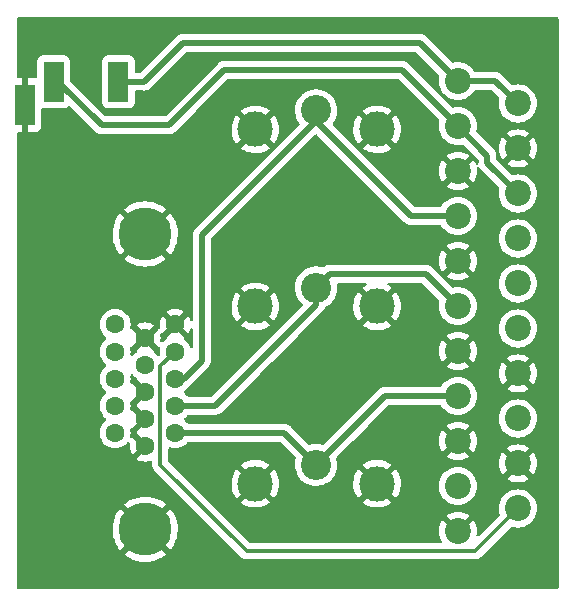
<source format=gbr>
%TF.GenerationSoftware,KiCad,Pcbnew,6.0.4+dfsg-1+b1*%
%TF.CreationDate,2022-07-06T22:38:45+03:00*%
%TF.ProjectId,dexx_video_adapter,64657878-5f76-4696-9465-6f5f61646170,rev?*%
%TF.SameCoordinates,Original*%
%TF.FileFunction,Copper,L1,Top*%
%TF.FilePolarity,Positive*%
%FSLAX46Y46*%
G04 Gerber Fmt 4.6, Leading zero omitted, Abs format (unit mm)*
G04 Created by KiCad (PCBNEW 6.0.4+dfsg-1+b1) date 2022-07-06 22:38:45*
%MOMM*%
%LPD*%
G01*
G04 APERTURE LIST*
%TA.AperFunction,ComponentPad*%
%ADD10C,2.550000*%
%TD*%
%TA.AperFunction,ComponentPad*%
%ADD11C,3.000000*%
%TD*%
%TA.AperFunction,ComponentPad*%
%ADD12C,1.600000*%
%TD*%
%TA.AperFunction,ComponentPad*%
%ADD13C,4.500000*%
%TD*%
%TA.AperFunction,ComponentPad*%
%ADD14C,2.200000*%
%TD*%
%TA.AperFunction,ComponentPad*%
%ADD15R,1.700000X3.500000*%
%TD*%
%TA.AperFunction,ViaPad*%
%ADD16C,0.800000*%
%TD*%
%TA.AperFunction,Conductor*%
%ADD17C,0.500000*%
%TD*%
%TA.AperFunction,Conductor*%
%ADD18C,0.350000*%
%TD*%
G04 APERTURE END LIST*
D10*
%TO.P,J3,1,In*%
%TO.N,/AV_G*%
X51180000Y-39400000D03*
D11*
%TO.P,J3,2,Ext*%
%TO.N,GND*%
X46030000Y-41000000D03*
X56330000Y-41000000D03*
%TD*%
D10*
%TO.P,J4,1,In*%
%TO.N,/AV_B*%
X51180000Y-24400000D03*
D11*
%TO.P,J4,2,Ext*%
%TO.N,GND*%
X46030000Y-26000000D03*
X56330000Y-26000000D03*
%TD*%
D12*
%TO.P,J6,1*%
%TO.N,/AV_R*%
X39240000Y-51690000D03*
%TO.P,J6,2*%
%TO.N,/AV_G*%
X39240000Y-49400000D03*
%TO.P,J6,3*%
%TO.N,/AV_B*%
X39240000Y-47110000D03*
%TO.P,J6,4*%
%TO.N,/AV_S*%
X39240000Y-44820000D03*
%TO.P,J6,5*%
%TO.N,GND*%
X39240000Y-42530000D03*
%TO.P,J6,6*%
X36700000Y-52830000D03*
%TO.P,J6,7*%
X36700000Y-50540000D03*
%TO.P,J6,8*%
X36700000Y-48250000D03*
%TO.P,J6,9*%
%TO.N,unconnected-(J6-Pad9)*%
X36700000Y-45960000D03*
D13*
%TO.P,J6,10*%
%TO.N,GND*%
X36700000Y-34870000D03*
D12*
X36700000Y-43670000D03*
D13*
X36700000Y-59870000D03*
D12*
%TO.P,J6,11*%
%TO.N,unconnected-(J6-Pad11)*%
X34160000Y-51690000D03*
%TO.P,J6,12*%
%TO.N,unconnected-(J6-Pad12)*%
X34160000Y-49400000D03*
%TO.P,J6,13*%
%TO.N,/AV_HS*%
X34160000Y-47110000D03*
%TO.P,J6,14*%
%TO.N,/AV_VS*%
X34160000Y-44820000D03*
%TO.P,J6,15*%
%TO.N,unconnected-(J6-Pad15)*%
X34160000Y-42530000D03*
%TD*%
D10*
%TO.P,J2,1,In*%
%TO.N,/AV_R*%
X51180000Y-54400000D03*
D11*
%TO.P,J2,2,Ext*%
%TO.N,GND*%
X46030000Y-56000000D03*
X56330000Y-56000000D03*
%TD*%
D14*
%TO.P,J1,1,P1*%
%TO.N,/AV_AR*%
X63170000Y-21910000D03*
%TO.P,J1,2,P2*%
X68250000Y-23815000D03*
%TO.P,J1,3,P3*%
%TO.N,/AV_AL*%
X63170000Y-25720000D03*
%TO.P,J1,4,P4*%
%TO.N,GND*%
X68250000Y-27625000D03*
%TO.P,J1,5,P5*%
X63170000Y-29530000D03*
%TO.P,J1,6,P6*%
%TO.N,/AV_AL*%
X68250000Y-31435000D03*
%TO.P,J1,7,P7*%
%TO.N,/AV_B*%
X63170000Y-33340000D03*
%TO.P,J1,8,P8*%
%TO.N,unconnected-(J1-Pad8)*%
X68250000Y-35245000D03*
%TO.P,J1,9,P9*%
%TO.N,GND*%
X63170000Y-37150000D03*
%TO.P,J1,10,P10*%
%TO.N,/AV_VS*%
X68250000Y-39055000D03*
%TO.P,J1,11,P11*%
%TO.N,/AV_G*%
X63170000Y-40960000D03*
%TO.P,J1,12,P12*%
%TO.N,/AV_HS*%
X68250000Y-42865000D03*
%TO.P,J1,13,P13*%
%TO.N,GND*%
X63170000Y-44770000D03*
%TO.P,J1,14,P14*%
X68250000Y-46675000D03*
%TO.P,J1,15,P15*%
%TO.N,/AV_R*%
X63170000Y-48580000D03*
%TO.P,J1,16,P16*%
%TO.N,unconnected-(J1-Pad16)*%
X68250000Y-50485000D03*
%TO.P,J1,17,P17*%
%TO.N,GND*%
X63170000Y-52390000D03*
%TO.P,J1,18,P18*%
X68250000Y-54295000D03*
%TO.P,J1,19,P19*%
%TO.N,unconnected-(J1-Pad19)*%
X63170000Y-56200000D03*
%TO.P,J1,20,P20*%
%TO.N,/AV_S*%
X68250000Y-58105000D03*
%TO.P,J1,21,P21*%
%TO.N,GND*%
X63170000Y-60010000D03*
%TD*%
D15*
%TO.P,J5,R*%
%TO.N,/AV_AR*%
X34440000Y-21960000D03*
%TO.P,J5,S*%
%TO.N,GND*%
X26540000Y-23960000D03*
%TO.P,J5,T*%
%TO.N,/AV_AL*%
X28940000Y-21960000D03*
%TD*%
D16*
%TO.N,GND*%
X65835000Y-46000000D03*
X63295000Y-63780000D03*
X30275000Y-46000000D03*
X58215000Y-51080000D03*
X32815000Y-58700000D03*
X45515000Y-23140000D03*
X30275000Y-40920000D03*
X32815000Y-63780000D03*
X70915000Y-25680000D03*
X55675000Y-23140000D03*
X42975000Y-25680000D03*
X60755000Y-30760000D03*
X27735000Y-46000000D03*
X48055000Y-23140000D03*
X70915000Y-56160000D03*
X45515000Y-63780000D03*
X58215000Y-58700000D03*
X50595000Y-30760000D03*
X50595000Y-58700000D03*
X40435000Y-33300000D03*
X45515000Y-33300000D03*
X27735000Y-33300000D03*
X70915000Y-43460000D03*
X65835000Y-33300000D03*
X32815000Y-53620000D03*
X35355000Y-30760000D03*
X30275000Y-38380000D03*
X37895000Y-63780000D03*
X48055000Y-48540000D03*
X70915000Y-58700000D03*
X27735000Y-53620000D03*
X70915000Y-20600000D03*
X70915000Y-40920000D03*
X60755000Y-51080000D03*
X68375000Y-18060000D03*
X53135000Y-56160000D03*
X60755000Y-53620000D03*
X65835000Y-51080000D03*
X30275000Y-28220000D03*
X63295000Y-18060000D03*
X53135000Y-48540000D03*
X30275000Y-43460000D03*
X53135000Y-43460000D03*
X68375000Y-63780000D03*
X40435000Y-61240000D03*
X30275000Y-18060000D03*
X30275000Y-56160000D03*
X35355000Y-18060000D03*
X50595000Y-33300000D03*
X37895000Y-28220000D03*
X27735000Y-61240000D03*
X30275000Y-33300000D03*
X68375000Y-20600000D03*
X48055000Y-58700000D03*
X65835000Y-63780000D03*
X58215000Y-23140000D03*
X30275000Y-53620000D03*
X32815000Y-28220000D03*
X32815000Y-30760000D03*
X35355000Y-28220000D03*
X70915000Y-51080000D03*
X70915000Y-61240000D03*
X65835000Y-56160000D03*
X42975000Y-30760000D03*
X48055000Y-53620000D03*
X35355000Y-63780000D03*
X27735000Y-48540000D03*
X40435000Y-30760000D03*
X32815000Y-61240000D03*
X42975000Y-28220000D03*
X70915000Y-46000000D03*
X55675000Y-63780000D03*
X50595000Y-63780000D03*
X42975000Y-46000000D03*
X70915000Y-18060000D03*
X55675000Y-58700000D03*
X53135000Y-58700000D03*
X32815000Y-18060000D03*
X27735000Y-58700000D03*
X60755000Y-56160000D03*
X58215000Y-53620000D03*
X58215000Y-43460000D03*
X65835000Y-40920000D03*
X30275000Y-58700000D03*
X70915000Y-63780000D03*
X32815000Y-33300000D03*
X60755000Y-28220000D03*
X42975000Y-63780000D03*
X27735000Y-51080000D03*
X65835000Y-35840000D03*
X53135000Y-63780000D03*
X70915000Y-30760000D03*
X65835000Y-20600000D03*
X55675000Y-33300000D03*
X53135000Y-33300000D03*
X60755000Y-63780000D03*
X27735000Y-63780000D03*
X60755000Y-25680000D03*
X27735000Y-30760000D03*
X48055000Y-33300000D03*
X40435000Y-28220000D03*
X30275000Y-35840000D03*
X35355000Y-56160000D03*
X65835000Y-25680000D03*
X30275000Y-48540000D03*
X70915000Y-33300000D03*
X40435000Y-53620000D03*
X27735000Y-40920000D03*
X27735000Y-18060000D03*
X32815000Y-38380000D03*
X50595000Y-28220000D03*
X60755000Y-40920000D03*
X37895000Y-18060000D03*
X48055000Y-30760000D03*
X45515000Y-58700000D03*
X48055000Y-38380000D03*
X30275000Y-30760000D03*
X70915000Y-38380000D03*
X42975000Y-35840000D03*
X65835000Y-48540000D03*
X58215000Y-28220000D03*
X53135000Y-30760000D03*
X30275000Y-63780000D03*
X50595000Y-51080000D03*
X37895000Y-23140000D03*
X40435000Y-63780000D03*
X27735000Y-35840000D03*
X30275000Y-51080000D03*
X27735000Y-38380000D03*
X65835000Y-53620000D03*
X48055000Y-63780000D03*
X27735000Y-43460000D03*
X65835000Y-18060000D03*
X70915000Y-48540000D03*
X50595000Y-48540000D03*
X68375000Y-61240000D03*
X60755000Y-58700000D03*
X70915000Y-28220000D03*
X37895000Y-30760000D03*
X27735000Y-28220000D03*
X58215000Y-63780000D03*
X70915000Y-35840000D03*
X30275000Y-25680000D03*
X70915000Y-23140000D03*
X32815000Y-56160000D03*
X70915000Y-53620000D03*
X40435000Y-20600000D03*
X42975000Y-53620000D03*
X30275000Y-61240000D03*
X55675000Y-43460000D03*
X42975000Y-56160000D03*
X32815000Y-35840000D03*
X27735000Y-56160000D03*
%TD*%
D17*
%TO.N,/AV_AR*%
X39900000Y-18680000D02*
X59940000Y-18680000D01*
X36620000Y-21960000D02*
X39900000Y-18680000D01*
X63170000Y-21910000D02*
X66345000Y-21910000D01*
X66345000Y-21910000D02*
X68250000Y-23815000D01*
X59940000Y-18680000D02*
X63170000Y-21910000D01*
X34440000Y-21960000D02*
X36620000Y-21960000D01*
%TO.N,/AV_R*%
X48470000Y-51690000D02*
X51180000Y-54400000D01*
X57000000Y-48580000D02*
X51180000Y-54400000D01*
X39240000Y-51690000D02*
X48470000Y-51690000D01*
X63170000Y-48580000D02*
X57000000Y-48580000D01*
D18*
%TO.N,/AV_S*%
X39240000Y-44820000D02*
X37980000Y-46080000D01*
X64635000Y-61720000D02*
X68250000Y-58105000D01*
X37980000Y-46080000D02*
X37980000Y-54400000D01*
X37980000Y-54400000D02*
X45300000Y-61720000D01*
X45300000Y-61720000D02*
X64635000Y-61720000D01*
D17*
%TO.N,/AV_G*%
X52350000Y-38230000D02*
X51180000Y-39400000D01*
X42640000Y-49400000D02*
X51180000Y-40860000D01*
X39240000Y-49400000D02*
X42640000Y-49400000D01*
X63170000Y-40960000D02*
X60440000Y-38230000D01*
X60440000Y-38230000D02*
X52350000Y-38230000D01*
X51180000Y-40860000D02*
X51180000Y-39400000D01*
%TO.N,/AV_B*%
X39240000Y-47110000D02*
X39980000Y-47110000D01*
X39980000Y-47110000D02*
X41490000Y-45600000D01*
X51180000Y-25290000D02*
X51180000Y-24400000D01*
X41490000Y-34980000D02*
X51180000Y-25290000D01*
X59210000Y-33340000D02*
X63170000Y-33340000D01*
X51180000Y-24400000D02*
X51180000Y-25310000D01*
X51180000Y-25310000D02*
X59210000Y-33340000D01*
X41490000Y-45600000D02*
X41490000Y-34980000D01*
%TO.N,/AV_AL*%
X65680000Y-28865000D02*
X65680000Y-28230000D01*
X58430000Y-20980000D02*
X63170000Y-25720000D01*
X33030000Y-25670000D02*
X38700000Y-25670000D01*
X68250000Y-31435000D02*
X65680000Y-28865000D01*
X38700000Y-25670000D02*
X43390000Y-20980000D01*
X65680000Y-28230000D02*
X63170000Y-25720000D01*
X28940000Y-21960000D02*
X29320000Y-21960000D01*
X43390000Y-20980000D02*
X58430000Y-20980000D01*
X29320000Y-21960000D02*
X33030000Y-25670000D01*
%TD*%
%TA.AperFunction,Conductor*%
%TO.N,GND*%
G36*
X71643621Y-16528502D02*
G01*
X71690114Y-16582158D01*
X71701500Y-16634500D01*
X71701500Y-64765500D01*
X71681498Y-64833621D01*
X71627842Y-64880114D01*
X71575500Y-64891500D01*
X25944500Y-64891500D01*
X25876379Y-64871498D01*
X25829886Y-64817842D01*
X25818500Y-64765500D01*
X25818500Y-61991982D01*
X34943142Y-61991982D01*
X34950668Y-62002415D01*
X35096463Y-62119848D01*
X35102648Y-62124244D01*
X35378363Y-62296195D01*
X35385034Y-62299817D01*
X35679414Y-62437402D01*
X35686468Y-62440195D01*
X35995257Y-62541420D01*
X36002570Y-62543339D01*
X36321298Y-62606738D01*
X36328789Y-62607764D01*
X36652823Y-62632413D01*
X36660386Y-62632531D01*
X36985021Y-62618074D01*
X36992562Y-62617282D01*
X37313115Y-62563926D01*
X37320479Y-62562240D01*
X37632315Y-62470757D01*
X37639424Y-62468198D01*
X37938003Y-62339919D01*
X37944770Y-62336515D01*
X38225764Y-62173301D01*
X38232071Y-62169111D01*
X38450005Y-62004588D01*
X38458461Y-61993197D01*
X38451743Y-61980953D01*
X36712812Y-60242022D01*
X36698868Y-60234408D01*
X36697035Y-60234539D01*
X36690420Y-60238790D01*
X34950257Y-61978953D01*
X34943142Y-61991982D01*
X25818500Y-61991982D01*
X25818500Y-59844858D01*
X33937299Y-59844858D01*
X33953456Y-60169410D01*
X33954287Y-60176939D01*
X34009318Y-60497198D01*
X34011051Y-60504585D01*
X34104156Y-60815909D01*
X34106759Y-60823022D01*
X34236595Y-61120913D01*
X34240037Y-61127669D01*
X34404720Y-61407803D01*
X34408943Y-61414088D01*
X34565792Y-61619608D01*
X34577316Y-61628069D01*
X34589382Y-61621408D01*
X36327978Y-59882812D01*
X36334356Y-59871132D01*
X37064408Y-59871132D01*
X37064539Y-59872965D01*
X37068790Y-59879580D01*
X38808825Y-61619615D01*
X38821948Y-61626781D01*
X38832250Y-61619391D01*
X38941429Y-61485285D01*
X38945842Y-61479144D01*
X39119248Y-61204312D01*
X39122895Y-61197677D01*
X39262025Y-60904011D01*
X39264850Y-60896984D01*
X39367696Y-60588715D01*
X39369650Y-60581424D01*
X39434716Y-60263033D01*
X39435784Y-60255529D01*
X39462253Y-59930100D01*
X39462458Y-59925625D01*
X39463018Y-59872221D01*
X39462908Y-59867789D01*
X39443257Y-59541835D01*
X39442349Y-59534333D01*
X39383967Y-59214663D01*
X39382154Y-59207284D01*
X39285797Y-58896966D01*
X39283116Y-58889869D01*
X39150172Y-58593363D01*
X39146655Y-58586636D01*
X38979054Y-58308252D01*
X38974757Y-58301999D01*
X38833617Y-58121022D01*
X38821823Y-58112551D01*
X38810113Y-58119097D01*
X37072022Y-59857188D01*
X37064408Y-59871132D01*
X36334356Y-59871132D01*
X36335592Y-59868868D01*
X36335461Y-59867035D01*
X36331210Y-59860420D01*
X34590864Y-58120074D01*
X34577929Y-58113011D01*
X34567367Y-58120671D01*
X34441785Y-58278268D01*
X34437428Y-58284467D01*
X34266913Y-58561094D01*
X34263333Y-58567770D01*
X34127287Y-58862878D01*
X34124537Y-58869929D01*
X34024927Y-59179251D01*
X34023044Y-59186584D01*
X33961316Y-59505632D01*
X33960329Y-59513132D01*
X33937378Y-59837277D01*
X33937299Y-59844858D01*
X25818500Y-59844858D01*
X25818500Y-57747773D01*
X34942267Y-57747773D01*
X34948871Y-57759661D01*
X36687188Y-59497978D01*
X36701132Y-59505592D01*
X36702965Y-59505461D01*
X36709580Y-59501210D01*
X38450162Y-57760628D01*
X38457174Y-57747787D01*
X38449379Y-57737098D01*
X38279886Y-57603481D01*
X38273663Y-57599156D01*
X37996140Y-57430088D01*
X37989465Y-57426553D01*
X37693637Y-57292049D01*
X37686567Y-57289335D01*
X37376740Y-57191350D01*
X37369389Y-57189503D01*
X37050024Y-57129446D01*
X37042515Y-57128498D01*
X36718251Y-57107245D01*
X36710686Y-57107205D01*
X36386207Y-57125062D01*
X36378693Y-57125931D01*
X36058713Y-57182641D01*
X36051357Y-57184406D01*
X35740503Y-57279147D01*
X35733409Y-57281786D01*
X35436207Y-57413178D01*
X35429470Y-57416655D01*
X35150196Y-57582805D01*
X35143945Y-57587053D01*
X34950733Y-57736115D01*
X34942267Y-57747773D01*
X25818500Y-57747773D01*
X25818500Y-51690000D01*
X32846502Y-51690000D01*
X32866457Y-51918087D01*
X32867881Y-51923400D01*
X32867881Y-51923402D01*
X32914688Y-52098085D01*
X32925716Y-52139243D01*
X32928039Y-52144224D01*
X32928039Y-52144225D01*
X33020151Y-52341762D01*
X33020154Y-52341767D01*
X33022477Y-52346749D01*
X33054838Y-52392965D01*
X33127674Y-52496985D01*
X33153802Y-52534300D01*
X33315700Y-52696198D01*
X33320208Y-52699355D01*
X33320211Y-52699357D01*
X33379548Y-52740905D01*
X33503251Y-52827523D01*
X33508233Y-52829846D01*
X33508238Y-52829849D01*
X33643687Y-52893009D01*
X33710757Y-52924284D01*
X33716065Y-52925706D01*
X33716067Y-52925707D01*
X33926598Y-52982119D01*
X33926600Y-52982119D01*
X33931913Y-52983543D01*
X34160000Y-53003498D01*
X34388087Y-52983543D01*
X34393400Y-52982119D01*
X34393402Y-52982119D01*
X34603933Y-52925707D01*
X34603935Y-52925706D01*
X34609243Y-52924284D01*
X34676313Y-52893009D01*
X34811762Y-52829849D01*
X34811767Y-52829846D01*
X34816749Y-52827523D01*
X34940452Y-52740905D01*
X34999789Y-52699357D01*
X34999792Y-52699355D01*
X35004300Y-52696198D01*
X35166198Y-52534300D01*
X35178597Y-52516592D01*
X35234053Y-52472264D01*
X35304672Y-52464954D01*
X35368033Y-52496985D01*
X35404018Y-52558186D01*
X35405582Y-52601881D01*
X35406951Y-52602001D01*
X35387483Y-52824525D01*
X35387483Y-52835475D01*
X35406472Y-53052519D01*
X35408375Y-53063312D01*
X35464764Y-53273761D01*
X35468510Y-53284053D01*
X35560586Y-53481511D01*
X35566069Y-53491006D01*
X35602509Y-53543048D01*
X35612988Y-53551424D01*
X35626434Y-53544356D01*
X36327978Y-52842812D01*
X36335592Y-52828868D01*
X36335461Y-52827035D01*
X36331210Y-52820420D01*
X35625713Y-52114923D01*
X35611769Y-52107309D01*
X35583665Y-52109319D01*
X35576630Y-52112071D01*
X35507024Y-52098085D01*
X35456030Y-52048688D01*
X35439837Y-51979563D01*
X35443937Y-51953939D01*
X35452118Y-51923409D01*
X35452120Y-51923398D01*
X35453543Y-51918087D01*
X35473498Y-51690000D01*
X35453543Y-51461913D01*
X35451736Y-51455167D01*
X35441016Y-51415162D01*
X35442706Y-51344186D01*
X35482500Y-51285390D01*
X35547764Y-51257442D01*
X35577773Y-51262488D01*
X35578118Y-51259157D01*
X35610854Y-51262545D01*
X35626434Y-51254356D01*
X36327978Y-50552812D01*
X36335592Y-50538868D01*
X36335461Y-50537035D01*
X36331210Y-50530420D01*
X35625713Y-49824923D01*
X35611769Y-49817309D01*
X35583665Y-49819319D01*
X35576630Y-49822071D01*
X35507024Y-49808085D01*
X35456030Y-49758688D01*
X35439837Y-49689563D01*
X35443937Y-49663939D01*
X35452118Y-49633409D01*
X35452120Y-49633398D01*
X35453543Y-49628087D01*
X35473498Y-49400000D01*
X35453543Y-49171913D01*
X35441016Y-49125162D01*
X35442706Y-49054186D01*
X35482500Y-48995390D01*
X35547764Y-48967442D01*
X35577773Y-48972488D01*
X35578118Y-48969157D01*
X35610854Y-48972545D01*
X35626434Y-48964356D01*
X36327978Y-48262812D01*
X36335592Y-48248868D01*
X36335461Y-48247035D01*
X36331210Y-48240420D01*
X35625713Y-47534923D01*
X35611769Y-47527309D01*
X35583665Y-47529319D01*
X35576630Y-47532071D01*
X35507024Y-47518085D01*
X35456030Y-47468688D01*
X35439837Y-47399563D01*
X35443937Y-47373939D01*
X35452118Y-47343409D01*
X35452120Y-47343398D01*
X35453543Y-47338087D01*
X35473498Y-47110000D01*
X35453543Y-46881913D01*
X35452475Y-46877928D01*
X35460297Y-46807792D01*
X35505064Y-46752687D01*
X35572515Y-46730533D01*
X35641236Y-46748364D01*
X35679727Y-46784199D01*
X35693802Y-46804300D01*
X35855700Y-46966198D01*
X35860208Y-46969355D01*
X35860211Y-46969357D01*
X35927326Y-47016351D01*
X35971654Y-47071808D01*
X35980385Y-47132536D01*
X35977454Y-47160853D01*
X35985644Y-47176434D01*
X36970115Y-48160905D01*
X37004141Y-48223217D01*
X36999076Y-48294032D01*
X36970115Y-48339095D01*
X35984923Y-49324287D01*
X35977309Y-49338231D01*
X35978471Y-49354487D01*
X35989734Y-49383279D01*
X35978837Y-49437498D01*
X35977455Y-49450854D01*
X35985644Y-49466434D01*
X36970115Y-50450905D01*
X37004141Y-50513217D01*
X36999076Y-50584032D01*
X36970115Y-50629095D01*
X35984923Y-51614287D01*
X35977309Y-51628231D01*
X35978471Y-51644487D01*
X35989734Y-51673279D01*
X35978837Y-51727498D01*
X35977455Y-51740854D01*
X35985644Y-51756434D01*
X36970115Y-52740905D01*
X37004141Y-52803217D01*
X36999076Y-52874032D01*
X36970115Y-52919095D01*
X35984923Y-53904287D01*
X35978493Y-53916062D01*
X35987789Y-53928077D01*
X36038994Y-53963931D01*
X36048489Y-53969414D01*
X36245947Y-54061490D01*
X36256239Y-54065236D01*
X36466688Y-54121625D01*
X36477481Y-54123528D01*
X36694525Y-54142517D01*
X36705475Y-54142517D01*
X36922519Y-54123528D01*
X36933312Y-54121625D01*
X37137889Y-54066809D01*
X37208865Y-54068499D01*
X37267661Y-54108293D01*
X37295609Y-54173557D01*
X37296500Y-54188516D01*
X37296500Y-54371955D01*
X37296208Y-54380524D01*
X37293232Y-54424186D01*
X37292424Y-54436034D01*
X37293729Y-54443511D01*
X37293729Y-54443514D01*
X37303002Y-54496647D01*
X37303965Y-54503171D01*
X37311355Y-54564235D01*
X37314042Y-54571345D01*
X37315246Y-54576248D01*
X37318114Y-54586734D01*
X37319561Y-54591526D01*
X37320866Y-54599004D01*
X37323918Y-54605956D01*
X37323918Y-54605957D01*
X37345595Y-54655341D01*
X37348086Y-54661446D01*
X37367145Y-54711882D01*
X37369831Y-54718989D01*
X37374131Y-54725246D01*
X37376467Y-54729714D01*
X37381725Y-54739160D01*
X37384307Y-54743526D01*
X37387362Y-54750485D01*
X37424823Y-54799304D01*
X37428686Y-54804623D01*
X37455283Y-54843321D01*
X37463534Y-54855326D01*
X37469203Y-54860377D01*
X37508324Y-54895233D01*
X37513599Y-54900214D01*
X44796837Y-62183451D01*
X44802691Y-62189716D01*
X44839290Y-62231670D01*
X44845504Y-62236037D01*
X44889629Y-62267049D01*
X44894925Y-62270982D01*
X44943328Y-62308935D01*
X44950249Y-62312060D01*
X44954564Y-62314673D01*
X44963976Y-62320042D01*
X44968424Y-62322427D01*
X44974639Y-62326795D01*
X44999570Y-62336515D01*
X45031952Y-62349140D01*
X45038034Y-62351697D01*
X45038515Y-62351914D01*
X45094104Y-62377014D01*
X45101576Y-62378399D01*
X45106427Y-62379919D01*
X45116765Y-62382864D01*
X45121696Y-62384130D01*
X45128772Y-62386889D01*
X45136301Y-62387880D01*
X45136304Y-62387881D01*
X45189766Y-62394919D01*
X45196281Y-62395951D01*
X45238141Y-62403709D01*
X45256767Y-62407161D01*
X45264347Y-62406724D01*
X45264348Y-62406724D01*
X45316642Y-62403709D01*
X45323894Y-62403500D01*
X64606955Y-62403500D01*
X64615524Y-62403792D01*
X64663458Y-62407060D01*
X64663462Y-62407060D01*
X64671034Y-62407576D01*
X64678511Y-62406271D01*
X64678514Y-62406271D01*
X64731647Y-62396998D01*
X64738171Y-62396035D01*
X64791691Y-62389558D01*
X64799235Y-62388645D01*
X64806345Y-62385958D01*
X64811248Y-62384754D01*
X64821734Y-62381886D01*
X64826526Y-62380439D01*
X64834004Y-62379134D01*
X64840957Y-62376082D01*
X64890341Y-62354405D01*
X64896446Y-62351914D01*
X64946882Y-62332855D01*
X64946885Y-62332853D01*
X64953989Y-62330169D01*
X64960246Y-62325869D01*
X64964714Y-62323533D01*
X64974160Y-62318275D01*
X64978526Y-62315693D01*
X64985485Y-62312638D01*
X65034304Y-62275177D01*
X65039623Y-62271314D01*
X65084065Y-62240769D01*
X65090326Y-62236466D01*
X65130233Y-62191676D01*
X65135213Y-62186402D01*
X67645630Y-59675985D01*
X67707942Y-59641959D01*
X67764138Y-59642561D01*
X67824708Y-59657102D01*
X67992784Y-59697454D01*
X67992790Y-59697455D01*
X67997597Y-59698609D01*
X68250000Y-59718474D01*
X68502403Y-59698609D01*
X68507210Y-59697455D01*
X68507216Y-59697454D01*
X68663968Y-59659821D01*
X68748591Y-59639505D01*
X68753164Y-59637611D01*
X68977928Y-59544511D01*
X68977932Y-59544509D01*
X68982502Y-59542616D01*
X69198376Y-59410328D01*
X69390898Y-59245898D01*
X69555328Y-59053376D01*
X69687616Y-58837502D01*
X69745831Y-58696960D01*
X69782611Y-58608164D01*
X69782612Y-58608162D01*
X69784505Y-58603591D01*
X69815421Y-58474817D01*
X69842454Y-58362216D01*
X69842455Y-58362210D01*
X69843609Y-58357403D01*
X69863474Y-58105000D01*
X69843609Y-57852597D01*
X69834217Y-57813474D01*
X69791376Y-57635030D01*
X69784505Y-57606409D01*
X69776649Y-57587442D01*
X69689511Y-57377072D01*
X69689509Y-57377068D01*
X69687616Y-57372498D01*
X69555328Y-57156624D01*
X69390898Y-56964102D01*
X69198376Y-56799672D01*
X68982502Y-56667384D01*
X68977932Y-56665491D01*
X68977928Y-56665489D01*
X68753164Y-56572389D01*
X68753162Y-56572388D01*
X68748591Y-56570495D01*
X68663968Y-56550179D01*
X68507216Y-56512546D01*
X68507210Y-56512545D01*
X68502403Y-56511391D01*
X68250000Y-56491526D01*
X67997597Y-56511391D01*
X67992790Y-56512545D01*
X67992784Y-56512546D01*
X67836032Y-56550179D01*
X67751409Y-56570495D01*
X67746838Y-56572388D01*
X67746836Y-56572389D01*
X67522072Y-56665489D01*
X67522068Y-56665491D01*
X67517498Y-56667384D01*
X67301624Y-56799672D01*
X67109102Y-56964102D01*
X66944672Y-57156624D01*
X66812384Y-57372498D01*
X66810491Y-57377068D01*
X66810489Y-57377072D01*
X66723351Y-57587442D01*
X66715495Y-57606409D01*
X66708624Y-57635030D01*
X66665784Y-57813474D01*
X66656391Y-57852597D01*
X66636526Y-58105000D01*
X66656391Y-58357403D01*
X66657545Y-58362210D01*
X66657546Y-58362216D01*
X66684579Y-58474817D01*
X66711425Y-58586636D01*
X66712439Y-58590861D01*
X66708892Y-58661769D01*
X66679015Y-58709370D01*
X64964358Y-60424027D01*
X64902046Y-60458053D01*
X64831231Y-60452988D01*
X64774395Y-60410441D01*
X64749584Y-60343921D01*
X64752744Y-60305518D01*
X64761959Y-60267137D01*
X64763502Y-60257390D01*
X64782584Y-60014930D01*
X64782584Y-60005070D01*
X64763502Y-59762610D01*
X64761959Y-59752863D01*
X64705183Y-59516376D01*
X64702134Y-59506991D01*
X64609064Y-59282300D01*
X64604583Y-59273506D01*
X64485287Y-59078833D01*
X64474830Y-59069373D01*
X64466054Y-59073156D01*
X63259095Y-60280115D01*
X63196783Y-60314141D01*
X63125968Y-60309076D01*
X63080905Y-60280115D01*
X61876990Y-59076200D01*
X61864610Y-59069440D01*
X61856960Y-59075167D01*
X61735417Y-59273506D01*
X61730936Y-59282300D01*
X61637866Y-59506991D01*
X61634817Y-59516376D01*
X61578041Y-59752863D01*
X61576498Y-59762610D01*
X61557416Y-60005070D01*
X61557416Y-60014930D01*
X61576498Y-60257390D01*
X61578041Y-60267137D01*
X61634817Y-60503624D01*
X61637866Y-60513009D01*
X61730936Y-60737700D01*
X61735417Y-60746494D01*
X61795576Y-60844665D01*
X61814114Y-60913199D01*
X61792657Y-60980876D01*
X61738018Y-61026209D01*
X61688143Y-61036500D01*
X45635305Y-61036500D01*
X45567184Y-61016498D01*
X45546210Y-60999595D01*
X43251785Y-58705170D01*
X62229373Y-58705170D01*
X62233156Y-58713946D01*
X63157188Y-59637978D01*
X63171132Y-59645592D01*
X63172965Y-59645461D01*
X63179580Y-59641210D01*
X64103800Y-58716990D01*
X64110560Y-58704610D01*
X64104833Y-58696960D01*
X63906494Y-58575417D01*
X63897700Y-58570936D01*
X63673009Y-58477866D01*
X63663624Y-58474817D01*
X63427137Y-58418041D01*
X63417390Y-58416498D01*
X63174930Y-58397416D01*
X63165070Y-58397416D01*
X62922610Y-58416498D01*
X62912863Y-58418041D01*
X62676376Y-58474817D01*
X62666991Y-58477866D01*
X62442300Y-58570936D01*
X62433506Y-58575417D01*
X62238833Y-58694713D01*
X62229373Y-58705170D01*
X43251785Y-58705170D01*
X42136269Y-57589654D01*
X44805618Y-57589654D01*
X44812673Y-57599627D01*
X44843679Y-57625551D01*
X44850598Y-57630579D01*
X45075272Y-57771515D01*
X45082807Y-57775556D01*
X45324520Y-57884694D01*
X45332551Y-57887680D01*
X45586832Y-57963002D01*
X45595184Y-57964869D01*
X45857340Y-58004984D01*
X45865874Y-58005700D01*
X46131045Y-58009867D01*
X46139596Y-58009418D01*
X46402883Y-57977557D01*
X46411284Y-57975955D01*
X46667824Y-57908653D01*
X46675926Y-57905926D01*
X46920949Y-57804434D01*
X46928617Y-57800628D01*
X47157598Y-57666822D01*
X47164679Y-57662009D01*
X47244655Y-57599301D01*
X47251545Y-57589654D01*
X55105618Y-57589654D01*
X55112673Y-57599627D01*
X55143679Y-57625551D01*
X55150598Y-57630579D01*
X55375272Y-57771515D01*
X55382807Y-57775556D01*
X55624520Y-57884694D01*
X55632551Y-57887680D01*
X55886832Y-57963002D01*
X55895184Y-57964869D01*
X56157340Y-58004984D01*
X56165874Y-58005700D01*
X56431045Y-58009867D01*
X56439596Y-58009418D01*
X56702883Y-57977557D01*
X56711284Y-57975955D01*
X56967824Y-57908653D01*
X56975926Y-57905926D01*
X57220949Y-57804434D01*
X57228617Y-57800628D01*
X57457598Y-57666822D01*
X57464679Y-57662009D01*
X57544655Y-57599301D01*
X57553125Y-57587442D01*
X57546608Y-57575818D01*
X56342812Y-56372022D01*
X56328868Y-56364408D01*
X56327035Y-56364539D01*
X56320420Y-56368790D01*
X55112910Y-57576300D01*
X55105618Y-57589654D01*
X47251545Y-57589654D01*
X47253125Y-57587442D01*
X47246608Y-57575818D01*
X46042812Y-56372022D01*
X46028868Y-56364408D01*
X46027035Y-56364539D01*
X46020420Y-56368790D01*
X44812910Y-57576300D01*
X44805618Y-57589654D01*
X42136269Y-57589654D01*
X40529819Y-55983204D01*
X44017665Y-55983204D01*
X44032932Y-56247969D01*
X44034005Y-56256470D01*
X44085065Y-56516722D01*
X44087276Y-56524974D01*
X44173184Y-56775894D01*
X44176499Y-56783779D01*
X44295664Y-57020713D01*
X44300020Y-57028079D01*
X44429347Y-57216250D01*
X44439601Y-57224594D01*
X44453342Y-57217448D01*
X45657978Y-56012812D01*
X45664356Y-56001132D01*
X46394408Y-56001132D01*
X46394539Y-56002965D01*
X46398790Y-56009580D01*
X47605730Y-57216520D01*
X47617939Y-57223187D01*
X47629439Y-57214497D01*
X47726831Y-57081913D01*
X47731418Y-57074685D01*
X47857962Y-56841621D01*
X47861530Y-56833827D01*
X47955271Y-56585750D01*
X47957748Y-56577544D01*
X48016954Y-56319038D01*
X48018294Y-56310577D01*
X48042031Y-56044616D01*
X48042277Y-56039677D01*
X48042666Y-56002485D01*
X48042523Y-55997519D01*
X48024362Y-55731123D01*
X48023201Y-55722649D01*
X47969419Y-55462944D01*
X47967120Y-55454709D01*
X47878588Y-55204705D01*
X47875191Y-55196854D01*
X47753550Y-54961178D01*
X47749122Y-54953866D01*
X47630031Y-54784417D01*
X47619509Y-54776037D01*
X47606121Y-54783089D01*
X46402022Y-55987188D01*
X46394408Y-56001132D01*
X45664356Y-56001132D01*
X45665592Y-55998868D01*
X45665461Y-55997035D01*
X45661210Y-55990420D01*
X44453814Y-54783024D01*
X44441804Y-54776466D01*
X44430064Y-54785434D01*
X44321935Y-54935911D01*
X44317418Y-54943196D01*
X44193325Y-55177567D01*
X44189839Y-55185395D01*
X44098700Y-55434446D01*
X44096311Y-55442670D01*
X44039812Y-55701795D01*
X44038563Y-55710250D01*
X44017754Y-55974653D01*
X44017665Y-55983204D01*
X40529819Y-55983204D01*
X38959115Y-54412500D01*
X44806584Y-54412500D01*
X44812980Y-54423770D01*
X46017188Y-55627978D01*
X46031132Y-55635592D01*
X46032965Y-55635461D01*
X46039580Y-55631210D01*
X47246604Y-54424186D01*
X47253795Y-54411017D01*
X47246473Y-54400780D01*
X47199233Y-54362115D01*
X47192261Y-54357160D01*
X46966122Y-54218582D01*
X46958552Y-54214624D01*
X46715704Y-54108022D01*
X46707644Y-54105120D01*
X46452592Y-54032467D01*
X46444214Y-54030685D01*
X46181656Y-53993318D01*
X46173111Y-53992691D01*
X45907908Y-53991302D01*
X45899374Y-53991839D01*
X45636433Y-54026456D01*
X45628035Y-54028149D01*
X45372238Y-54098127D01*
X45364143Y-54100946D01*
X45120199Y-54204997D01*
X45112577Y-54208881D01*
X44885013Y-54345075D01*
X44877981Y-54349962D01*
X44815053Y-54400377D01*
X44806584Y-54412500D01*
X38959115Y-54412500D01*
X38700405Y-54153790D01*
X38666379Y-54091478D01*
X38663500Y-54064695D01*
X38663500Y-53054392D01*
X38683502Y-52986271D01*
X38737158Y-52939778D01*
X38807432Y-52929674D01*
X38822102Y-52932683D01*
X39011913Y-52983543D01*
X39240000Y-53003498D01*
X39468087Y-52983543D01*
X39473400Y-52982119D01*
X39473402Y-52982119D01*
X39683933Y-52925707D01*
X39683935Y-52925706D01*
X39689243Y-52924284D01*
X39756313Y-52893009D01*
X39891762Y-52829849D01*
X39891767Y-52829846D01*
X39896749Y-52827523D01*
X40020452Y-52740905D01*
X40079789Y-52699357D01*
X40079792Y-52699355D01*
X40084300Y-52696198D01*
X40246198Y-52534300D01*
X40268655Y-52502229D01*
X40324110Y-52457901D01*
X40371867Y-52448500D01*
X48103629Y-52448500D01*
X48171750Y-52468502D01*
X48192724Y-52485405D01*
X49444578Y-53737259D01*
X49478604Y-53799571D01*
X49477606Y-53857369D01*
X49424815Y-54065236D01*
X49418670Y-54089430D01*
X49392112Y-54353183D01*
X49392336Y-54357850D01*
X49392336Y-54357855D01*
X49396451Y-54443514D01*
X49404830Y-54617963D01*
X49423512Y-54711882D01*
X49452045Y-54855326D01*
X49456546Y-54877956D01*
X49458125Y-54882354D01*
X49458127Y-54882361D01*
X49520432Y-55055894D01*
X49546123Y-55127449D01*
X49671594Y-55360961D01*
X49830201Y-55573362D01*
X49833510Y-55576642D01*
X49833515Y-55576648D01*
X50015145Y-55756699D01*
X50018462Y-55759987D01*
X50022224Y-55762745D01*
X50022227Y-55762748D01*
X50228465Y-55913968D01*
X50232239Y-55916735D01*
X50236382Y-55918915D01*
X50236384Y-55918916D01*
X50462687Y-56037980D01*
X50462692Y-56037982D01*
X50466837Y-56040163D01*
X50471260Y-56041708D01*
X50471261Y-56041708D01*
X50615998Y-56092252D01*
X50717102Y-56127559D01*
X50721695Y-56128431D01*
X50972947Y-56176133D01*
X50972950Y-56176133D01*
X50977536Y-56177004D01*
X51103411Y-56181950D01*
X51237750Y-56187228D01*
X51237755Y-56187228D01*
X51242418Y-56187411D01*
X51345397Y-56176133D01*
X51501275Y-56159062D01*
X51501280Y-56159061D01*
X51505928Y-56158552D01*
X51629506Y-56126017D01*
X51757756Y-56092252D01*
X51757759Y-56092251D01*
X51762279Y-56091061D01*
X51870383Y-56044616D01*
X52001544Y-55988265D01*
X52001546Y-55988264D01*
X52005838Y-55986420D01*
X52011035Y-55983204D01*
X54317665Y-55983204D01*
X54332932Y-56247969D01*
X54334005Y-56256470D01*
X54385065Y-56516722D01*
X54387276Y-56524974D01*
X54473184Y-56775894D01*
X54476499Y-56783779D01*
X54595664Y-57020713D01*
X54600020Y-57028079D01*
X54729347Y-57216250D01*
X54739601Y-57224594D01*
X54753342Y-57217448D01*
X55957978Y-56012812D01*
X55964356Y-56001132D01*
X56694408Y-56001132D01*
X56694539Y-56002965D01*
X56698790Y-56009580D01*
X57905730Y-57216520D01*
X57917939Y-57223187D01*
X57929439Y-57214497D01*
X58026831Y-57081913D01*
X58031418Y-57074685D01*
X58157962Y-56841621D01*
X58161530Y-56833827D01*
X58255271Y-56585750D01*
X58257748Y-56577544D01*
X58316954Y-56319038D01*
X58318294Y-56310577D01*
X58328163Y-56200000D01*
X61556526Y-56200000D01*
X61576391Y-56452403D01*
X61577545Y-56457210D01*
X61577546Y-56457216D01*
X61615179Y-56613968D01*
X61635495Y-56698591D01*
X61637388Y-56703162D01*
X61637389Y-56703164D01*
X61691512Y-56833827D01*
X61732384Y-56932502D01*
X61864672Y-57148376D01*
X62029102Y-57340898D01*
X62221624Y-57505328D01*
X62437498Y-57637616D01*
X62442068Y-57639509D01*
X62442072Y-57639511D01*
X62666836Y-57732611D01*
X62671409Y-57734505D01*
X62726675Y-57747773D01*
X62912784Y-57792454D01*
X62912790Y-57792455D01*
X62917597Y-57793609D01*
X63170000Y-57813474D01*
X63422403Y-57793609D01*
X63427210Y-57792455D01*
X63427216Y-57792454D01*
X63613325Y-57747773D01*
X63668591Y-57734505D01*
X63673164Y-57732611D01*
X63897928Y-57639511D01*
X63897932Y-57639509D01*
X63902502Y-57637616D01*
X64118376Y-57505328D01*
X64310898Y-57340898D01*
X64475328Y-57148376D01*
X64607616Y-56932502D01*
X64648489Y-56833827D01*
X64702611Y-56703164D01*
X64702612Y-56703162D01*
X64704505Y-56698591D01*
X64724821Y-56613968D01*
X64762454Y-56457216D01*
X64762455Y-56457210D01*
X64763609Y-56452403D01*
X64783474Y-56200000D01*
X64763609Y-55947597D01*
X64756724Y-55918916D01*
X64712345Y-55734064D01*
X64704505Y-55701409D01*
X64702611Y-55696836D01*
X64662662Y-55600390D01*
X67309440Y-55600390D01*
X67315167Y-55608040D01*
X67513506Y-55729583D01*
X67522300Y-55734064D01*
X67746991Y-55827134D01*
X67756376Y-55830183D01*
X67992863Y-55886959D01*
X68002610Y-55888502D01*
X68245070Y-55907584D01*
X68254930Y-55907584D01*
X68497390Y-55888502D01*
X68507137Y-55886959D01*
X68743624Y-55830183D01*
X68753009Y-55827134D01*
X68977700Y-55734064D01*
X68986494Y-55729583D01*
X69181167Y-55610287D01*
X69190627Y-55599830D01*
X69186844Y-55591054D01*
X68262812Y-54667022D01*
X68248868Y-54659408D01*
X68247035Y-54659539D01*
X68240420Y-54663790D01*
X67316200Y-55588010D01*
X67309440Y-55600390D01*
X64662662Y-55600390D01*
X64609511Y-55472072D01*
X64609509Y-55472068D01*
X64607616Y-55467498D01*
X64475328Y-55251624D01*
X64310898Y-55059102D01*
X64118376Y-54894672D01*
X63902502Y-54762384D01*
X63897932Y-54760491D01*
X63897928Y-54760489D01*
X63673164Y-54667389D01*
X63673162Y-54667388D01*
X63668591Y-54665495D01*
X63583968Y-54645179D01*
X63427216Y-54607546D01*
X63427210Y-54607545D01*
X63422403Y-54606391D01*
X63170000Y-54586526D01*
X62917597Y-54606391D01*
X62912790Y-54607545D01*
X62912784Y-54607546D01*
X62756032Y-54645179D01*
X62671409Y-54665495D01*
X62666838Y-54667388D01*
X62666836Y-54667389D01*
X62442072Y-54760489D01*
X62442068Y-54760491D01*
X62437498Y-54762384D01*
X62221624Y-54894672D01*
X62029102Y-55059102D01*
X61864672Y-55251624D01*
X61732384Y-55467498D01*
X61730491Y-55472068D01*
X61730489Y-55472072D01*
X61637389Y-55696836D01*
X61635495Y-55701409D01*
X61627655Y-55734064D01*
X61583277Y-55918916D01*
X61576391Y-55947597D01*
X61556526Y-56200000D01*
X58328163Y-56200000D01*
X58342031Y-56044616D01*
X58342277Y-56039677D01*
X58342666Y-56002485D01*
X58342523Y-55997519D01*
X58324362Y-55731123D01*
X58323201Y-55722649D01*
X58269419Y-55462944D01*
X58267120Y-55454709D01*
X58178588Y-55204705D01*
X58175191Y-55196854D01*
X58053550Y-54961178D01*
X58049122Y-54953866D01*
X57930031Y-54784417D01*
X57919509Y-54776037D01*
X57906121Y-54783089D01*
X56702022Y-55987188D01*
X56694408Y-56001132D01*
X55964356Y-56001132D01*
X55965592Y-55998868D01*
X55965461Y-55997035D01*
X55961210Y-55990420D01*
X54753814Y-54783024D01*
X54741804Y-54776466D01*
X54730064Y-54785434D01*
X54621935Y-54935911D01*
X54617418Y-54943196D01*
X54493325Y-55177567D01*
X54489839Y-55185395D01*
X54398700Y-55434446D01*
X54396311Y-55442670D01*
X54339812Y-55701795D01*
X54338563Y-55710250D01*
X54317754Y-55974653D01*
X54317665Y-55983204D01*
X52011035Y-55983204D01*
X52105458Y-55924773D01*
X52227282Y-55849387D01*
X52227286Y-55849384D01*
X52231255Y-55846928D01*
X52433577Y-55675649D01*
X52490898Y-55610287D01*
X52605278Y-55479862D01*
X52605281Y-55479857D01*
X52608360Y-55476347D01*
X52751765Y-55253399D01*
X52860641Y-55011703D01*
X52893647Y-54894672D01*
X52931326Y-54761074D01*
X52931327Y-54761071D01*
X52932596Y-54756570D01*
X52950824Y-54613291D01*
X52965652Y-54496733D01*
X52965652Y-54496729D01*
X52966050Y-54493603D01*
X52968174Y-54412500D01*
X55106584Y-54412500D01*
X55112980Y-54423770D01*
X56317188Y-55627978D01*
X56331132Y-55635592D01*
X56332965Y-55635461D01*
X56339580Y-55631210D01*
X57546604Y-54424186D01*
X57553795Y-54411017D01*
X57546473Y-54400780D01*
X57499233Y-54362115D01*
X57492261Y-54357160D01*
X57398870Y-54299930D01*
X66637416Y-54299930D01*
X66656498Y-54542390D01*
X66658041Y-54552137D01*
X66714817Y-54788624D01*
X66717866Y-54798009D01*
X66810936Y-55022700D01*
X66815417Y-55031494D01*
X66934713Y-55226167D01*
X66945170Y-55235627D01*
X66953946Y-55231844D01*
X67877978Y-54307812D01*
X67884356Y-54296132D01*
X68614408Y-54296132D01*
X68614539Y-54297965D01*
X68618790Y-54304580D01*
X69543010Y-55228800D01*
X69555390Y-55235560D01*
X69563040Y-55229833D01*
X69684583Y-55031494D01*
X69689064Y-55022700D01*
X69782134Y-54798009D01*
X69785183Y-54788624D01*
X69841959Y-54552137D01*
X69843502Y-54542390D01*
X69862584Y-54299930D01*
X69862584Y-54290070D01*
X69843502Y-54047610D01*
X69841959Y-54037863D01*
X69785183Y-53801376D01*
X69782134Y-53791991D01*
X69689064Y-53567300D01*
X69684583Y-53558506D01*
X69565287Y-53363833D01*
X69554830Y-53354373D01*
X69546054Y-53358156D01*
X68622022Y-54282188D01*
X68614408Y-54296132D01*
X67884356Y-54296132D01*
X67885592Y-54293868D01*
X67885461Y-54292035D01*
X67881210Y-54285420D01*
X66956990Y-53361200D01*
X66944610Y-53354440D01*
X66936960Y-53360167D01*
X66815417Y-53558506D01*
X66810936Y-53567300D01*
X66717866Y-53791991D01*
X66714817Y-53801376D01*
X66658041Y-54037863D01*
X66656498Y-54047610D01*
X66637416Y-54290070D01*
X66637416Y-54299930D01*
X57398870Y-54299930D01*
X57266122Y-54218582D01*
X57258552Y-54214624D01*
X57015704Y-54108022D01*
X57007644Y-54105120D01*
X56752592Y-54032467D01*
X56744214Y-54030685D01*
X56481656Y-53993318D01*
X56473111Y-53992691D01*
X56207908Y-53991302D01*
X56199374Y-53991839D01*
X55936433Y-54026456D01*
X55928035Y-54028149D01*
X55672238Y-54098127D01*
X55664143Y-54100946D01*
X55420199Y-54204997D01*
X55412577Y-54208881D01*
X55185013Y-54345075D01*
X55177981Y-54349962D01*
X55115053Y-54400377D01*
X55106584Y-54412500D01*
X52968174Y-54412500D01*
X52968501Y-54400000D01*
X52965369Y-54357855D01*
X52949202Y-54140295D01*
X52949201Y-54140291D01*
X52948856Y-54135643D01*
X52890352Y-53877093D01*
X52888661Y-53872744D01*
X52888658Y-53872735D01*
X52888016Y-53871085D01*
X52887963Y-53870462D01*
X52887291Y-53868265D01*
X52887763Y-53868121D01*
X52881970Y-53800346D01*
X52916355Y-53736326D01*
X52957291Y-53695390D01*
X62229440Y-53695390D01*
X62235167Y-53703040D01*
X62433506Y-53824583D01*
X62442300Y-53829064D01*
X62666991Y-53922134D01*
X62676376Y-53925183D01*
X62912863Y-53981959D01*
X62922610Y-53983502D01*
X63165070Y-54002584D01*
X63174930Y-54002584D01*
X63417390Y-53983502D01*
X63427137Y-53981959D01*
X63663624Y-53925183D01*
X63673009Y-53922134D01*
X63897700Y-53829064D01*
X63906494Y-53824583D01*
X64101167Y-53705287D01*
X64110627Y-53694830D01*
X64106844Y-53686054D01*
X63182812Y-52762022D01*
X63168868Y-52754408D01*
X63167035Y-52754539D01*
X63160420Y-52758790D01*
X62236200Y-53683010D01*
X62229440Y-53695390D01*
X52957291Y-53695390D01*
X54257751Y-52394930D01*
X61557416Y-52394930D01*
X61576498Y-52637390D01*
X61578041Y-52647137D01*
X61634817Y-52883624D01*
X61637866Y-52893009D01*
X61730936Y-53117700D01*
X61735417Y-53126494D01*
X61854713Y-53321167D01*
X61865170Y-53330627D01*
X61873946Y-53326844D01*
X62797978Y-52402812D01*
X62804356Y-52391132D01*
X63534408Y-52391132D01*
X63534539Y-52392965D01*
X63538790Y-52399580D01*
X64463010Y-53323800D01*
X64475390Y-53330560D01*
X64483040Y-53324833D01*
X64604583Y-53126494D01*
X64609064Y-53117700D01*
X64661889Y-52990170D01*
X67309373Y-52990170D01*
X67313156Y-52998946D01*
X68237188Y-53922978D01*
X68251132Y-53930592D01*
X68252965Y-53930461D01*
X68259580Y-53926210D01*
X69183800Y-53001990D01*
X69190560Y-52989610D01*
X69184833Y-52981960D01*
X68986494Y-52860417D01*
X68977700Y-52855936D01*
X68753009Y-52762866D01*
X68743624Y-52759817D01*
X68507137Y-52703041D01*
X68497390Y-52701498D01*
X68254930Y-52682416D01*
X68245070Y-52682416D01*
X68002610Y-52701498D01*
X67992863Y-52703041D01*
X67756376Y-52759817D01*
X67746991Y-52762866D01*
X67522300Y-52855936D01*
X67513506Y-52860417D01*
X67318833Y-52979713D01*
X67309373Y-52990170D01*
X64661889Y-52990170D01*
X64702134Y-52893009D01*
X64705183Y-52883624D01*
X64761959Y-52647137D01*
X64763502Y-52637390D01*
X64782584Y-52394930D01*
X64782584Y-52385070D01*
X64763502Y-52142610D01*
X64761959Y-52132863D01*
X64705183Y-51896376D01*
X64702134Y-51886991D01*
X64609064Y-51662300D01*
X64604583Y-51653506D01*
X64485287Y-51458833D01*
X64474830Y-51449373D01*
X64466054Y-51453156D01*
X63542022Y-52377188D01*
X63534408Y-52391132D01*
X62804356Y-52391132D01*
X62805592Y-52388868D01*
X62805461Y-52387035D01*
X62801210Y-52380420D01*
X61876990Y-51456200D01*
X61864610Y-51449440D01*
X61856960Y-51455167D01*
X61735417Y-51653506D01*
X61730936Y-51662300D01*
X61637866Y-51886991D01*
X61634817Y-51896376D01*
X61578041Y-52132863D01*
X61576498Y-52142610D01*
X61557416Y-52385070D01*
X61557416Y-52394930D01*
X54257751Y-52394930D01*
X55567511Y-51085170D01*
X62229373Y-51085170D01*
X62233156Y-51093946D01*
X63157188Y-52017978D01*
X63171132Y-52025592D01*
X63172965Y-52025461D01*
X63179580Y-52021210D01*
X64103800Y-51096990D01*
X64110560Y-51084610D01*
X64104833Y-51076960D01*
X63906494Y-50955417D01*
X63897700Y-50950936D01*
X63673009Y-50857866D01*
X63663624Y-50854817D01*
X63427137Y-50798041D01*
X63417390Y-50796498D01*
X63174930Y-50777416D01*
X63165070Y-50777416D01*
X62922610Y-50796498D01*
X62912863Y-50798041D01*
X62676376Y-50854817D01*
X62666991Y-50857866D01*
X62442300Y-50950936D01*
X62433506Y-50955417D01*
X62238833Y-51074713D01*
X62229373Y-51085170D01*
X55567511Y-51085170D01*
X56167681Y-50485000D01*
X66636526Y-50485000D01*
X66656391Y-50737403D01*
X66657545Y-50742210D01*
X66657546Y-50742216D01*
X66684579Y-50854817D01*
X66715495Y-50983591D01*
X66717388Y-50988162D01*
X66717389Y-50988164D01*
X66805586Y-51201089D01*
X66812384Y-51217502D01*
X66944672Y-51433376D01*
X67109102Y-51625898D01*
X67301624Y-51790328D01*
X67517498Y-51922616D01*
X67522068Y-51924509D01*
X67522072Y-51924511D01*
X67593118Y-51953939D01*
X67751409Y-52019505D01*
X67836032Y-52039821D01*
X67992784Y-52077454D01*
X67992790Y-52077455D01*
X67997597Y-52078609D01*
X68250000Y-52098474D01*
X68502403Y-52078609D01*
X68507210Y-52077455D01*
X68507216Y-52077454D01*
X68663968Y-52039821D01*
X68748591Y-52019505D01*
X68906882Y-51953939D01*
X68977928Y-51924511D01*
X68977932Y-51924509D01*
X68982502Y-51922616D01*
X69198376Y-51790328D01*
X69390898Y-51625898D01*
X69555328Y-51433376D01*
X69687616Y-51217502D01*
X69694415Y-51201089D01*
X69782611Y-50988164D01*
X69782612Y-50988162D01*
X69784505Y-50983591D01*
X69815421Y-50854817D01*
X69842454Y-50742216D01*
X69842455Y-50742210D01*
X69843609Y-50737403D01*
X69863474Y-50485000D01*
X69843609Y-50232597D01*
X69838720Y-50212230D01*
X69800195Y-50051762D01*
X69784505Y-49986409D01*
X69759970Y-49927175D01*
X69689511Y-49757072D01*
X69689509Y-49757068D01*
X69687616Y-49752498D01*
X69555328Y-49536624D01*
X69390898Y-49344102D01*
X69198376Y-49179672D01*
X68982502Y-49047384D01*
X68977932Y-49045491D01*
X68977928Y-49045489D01*
X68753164Y-48952389D01*
X68753162Y-48952388D01*
X68748591Y-48950495D01*
X68663968Y-48930179D01*
X68507216Y-48892546D01*
X68507210Y-48892545D01*
X68502403Y-48891391D01*
X68250000Y-48871526D01*
X67997597Y-48891391D01*
X67992790Y-48892545D01*
X67992784Y-48892546D01*
X67836032Y-48930179D01*
X67751409Y-48950495D01*
X67746838Y-48952388D01*
X67746836Y-48952389D01*
X67522072Y-49045489D01*
X67522068Y-49045491D01*
X67517498Y-49047384D01*
X67301624Y-49179672D01*
X67109102Y-49344102D01*
X66944672Y-49536624D01*
X66812384Y-49752498D01*
X66810491Y-49757068D01*
X66810489Y-49757072D01*
X66740030Y-49927175D01*
X66715495Y-49986409D01*
X66699805Y-50051762D01*
X66661281Y-50212230D01*
X66656391Y-50232597D01*
X66636526Y-50485000D01*
X56167681Y-50485000D01*
X57277276Y-49375405D01*
X57339588Y-49341379D01*
X57366371Y-49338500D01*
X61677752Y-49338500D01*
X61745873Y-49358502D01*
X61785185Y-49398665D01*
X61864672Y-49528376D01*
X62029102Y-49720898D01*
X62221624Y-49885328D01*
X62437498Y-50017616D01*
X62442068Y-50019509D01*
X62442072Y-50019511D01*
X62628199Y-50096607D01*
X62671409Y-50114505D01*
X62756032Y-50134821D01*
X62912784Y-50172454D01*
X62912790Y-50172455D01*
X62917597Y-50173609D01*
X63170000Y-50193474D01*
X63422403Y-50173609D01*
X63427210Y-50172455D01*
X63427216Y-50172454D01*
X63583968Y-50134821D01*
X63668591Y-50114505D01*
X63711801Y-50096607D01*
X63897928Y-50019511D01*
X63897932Y-50019509D01*
X63902502Y-50017616D01*
X64118376Y-49885328D01*
X64310898Y-49720898D01*
X64475328Y-49528376D01*
X64607616Y-49312502D01*
X64663706Y-49177090D01*
X64702611Y-49083164D01*
X64702612Y-49083162D01*
X64704505Y-49078591D01*
X64749170Y-48892546D01*
X64762454Y-48837216D01*
X64762455Y-48837210D01*
X64763609Y-48832403D01*
X64783474Y-48580000D01*
X64763609Y-48327597D01*
X64757646Y-48302756D01*
X64705660Y-48086221D01*
X64704505Y-48081409D01*
X64691654Y-48050383D01*
X64662662Y-47980390D01*
X67309440Y-47980390D01*
X67315167Y-47988040D01*
X67513506Y-48109583D01*
X67522300Y-48114064D01*
X67746991Y-48207134D01*
X67756376Y-48210183D01*
X67992863Y-48266959D01*
X68002610Y-48268502D01*
X68245070Y-48287584D01*
X68254930Y-48287584D01*
X68497390Y-48268502D01*
X68507137Y-48266959D01*
X68743624Y-48210183D01*
X68753009Y-48207134D01*
X68977700Y-48114064D01*
X68986494Y-48109583D01*
X69181167Y-47990287D01*
X69190627Y-47979830D01*
X69186844Y-47971054D01*
X68262812Y-47047022D01*
X68248868Y-47039408D01*
X68247035Y-47039539D01*
X68240420Y-47043790D01*
X67316200Y-47968010D01*
X67309440Y-47980390D01*
X64662662Y-47980390D01*
X64609511Y-47852072D01*
X64609509Y-47852068D01*
X64607616Y-47847498D01*
X64475328Y-47631624D01*
X64310898Y-47439102D01*
X64118376Y-47274672D01*
X63902502Y-47142384D01*
X63897932Y-47140491D01*
X63897928Y-47140489D01*
X63673164Y-47047389D01*
X63673162Y-47047388D01*
X63668591Y-47045495D01*
X63583968Y-47025179D01*
X63427216Y-46987546D01*
X63427210Y-46987545D01*
X63422403Y-46986391D01*
X63170000Y-46966526D01*
X62917597Y-46986391D01*
X62912790Y-46987545D01*
X62912784Y-46987546D01*
X62756032Y-47025179D01*
X62671409Y-47045495D01*
X62666838Y-47047388D01*
X62666836Y-47047389D01*
X62442072Y-47140489D01*
X62442068Y-47140491D01*
X62437498Y-47142384D01*
X62221624Y-47274672D01*
X62029102Y-47439102D01*
X61864672Y-47631624D01*
X61819570Y-47705224D01*
X61785185Y-47761335D01*
X61732537Y-47808966D01*
X61677752Y-47821500D01*
X57067070Y-47821500D01*
X57048120Y-47820067D01*
X57033885Y-47817901D01*
X57033881Y-47817901D01*
X57026651Y-47816801D01*
X57019359Y-47817394D01*
X57019356Y-47817394D01*
X56973982Y-47821085D01*
X56963767Y-47821500D01*
X56955707Y-47821500D01*
X56952073Y-47821924D01*
X56952067Y-47821924D01*
X56939042Y-47823443D01*
X56927480Y-47824791D01*
X56923132Y-47825221D01*
X56850364Y-47831140D01*
X56843403Y-47833395D01*
X56837463Y-47834582D01*
X56831588Y-47835971D01*
X56824319Y-47836818D01*
X56755670Y-47861736D01*
X56751542Y-47863153D01*
X56689064Y-47883393D01*
X56689062Y-47883394D01*
X56682101Y-47885649D01*
X56675846Y-47889445D01*
X56670372Y-47891951D01*
X56664942Y-47894670D01*
X56658063Y-47897167D01*
X56651943Y-47901180D01*
X56651942Y-47901180D01*
X56597024Y-47937186D01*
X56593320Y-47939523D01*
X56530893Y-47977405D01*
X56522516Y-47984803D01*
X56522492Y-47984776D01*
X56519500Y-47987429D01*
X56516267Y-47990132D01*
X56510148Y-47994144D01*
X56505116Y-47999456D01*
X56456872Y-48050383D01*
X56454494Y-48052825D01*
X51840384Y-52666935D01*
X51778072Y-52700961D01*
X51712877Y-52697842D01*
X51597517Y-52660915D01*
X51453066Y-52637390D01*
X51340490Y-52619056D01*
X51340489Y-52619056D01*
X51335878Y-52618305D01*
X51203347Y-52616570D01*
X51075492Y-52614896D01*
X51075489Y-52614896D01*
X51070815Y-52614835D01*
X50808150Y-52650582D01*
X50643682Y-52698520D01*
X50572687Y-52698380D01*
X50519330Y-52666649D01*
X49053770Y-51201089D01*
X49041384Y-51186677D01*
X49032851Y-51175082D01*
X49032846Y-51175077D01*
X49028508Y-51169182D01*
X49022930Y-51164443D01*
X49022927Y-51164440D01*
X48988232Y-51134965D01*
X48980716Y-51128035D01*
X48975021Y-51122340D01*
X48968880Y-51117482D01*
X48952749Y-51104719D01*
X48949345Y-51101928D01*
X48899297Y-51059409D01*
X48899295Y-51059408D01*
X48893715Y-51054667D01*
X48887199Y-51051339D01*
X48882150Y-51047972D01*
X48877021Y-51044805D01*
X48871284Y-51040266D01*
X48805125Y-51009345D01*
X48801225Y-51007439D01*
X48736192Y-50974231D01*
X48729084Y-50972492D01*
X48723441Y-50970393D01*
X48717678Y-50968476D01*
X48711050Y-50965378D01*
X48639583Y-50950513D01*
X48635299Y-50949543D01*
X48564390Y-50932192D01*
X48558788Y-50931844D01*
X48558785Y-50931844D01*
X48553236Y-50931500D01*
X48553238Y-50931464D01*
X48549245Y-50931225D01*
X48545053Y-50930851D01*
X48537885Y-50929360D01*
X48471675Y-50931151D01*
X48460479Y-50931454D01*
X48457072Y-50931500D01*
X40371867Y-50931500D01*
X40303746Y-50911498D01*
X40268655Y-50877772D01*
X40246198Y-50845700D01*
X40084300Y-50683802D01*
X40079792Y-50680645D01*
X40079789Y-50680643D01*
X40033474Y-50648213D01*
X39989146Y-50592756D01*
X39981837Y-50522136D01*
X40013868Y-50458776D01*
X40033474Y-50441787D01*
X40079789Y-50409357D01*
X40079792Y-50409355D01*
X40084300Y-50406198D01*
X40246198Y-50244300D01*
X40268655Y-50212229D01*
X40324110Y-50167901D01*
X40371867Y-50158500D01*
X42572930Y-50158500D01*
X42591880Y-50159933D01*
X42606115Y-50162099D01*
X42606119Y-50162099D01*
X42613349Y-50163199D01*
X42620641Y-50162606D01*
X42620644Y-50162606D01*
X42666018Y-50158915D01*
X42676233Y-50158500D01*
X42684293Y-50158500D01*
X42697583Y-50156951D01*
X42712507Y-50155211D01*
X42716882Y-50154778D01*
X42782339Y-50149454D01*
X42782342Y-50149453D01*
X42789637Y-50148860D01*
X42796601Y-50146604D01*
X42802560Y-50145413D01*
X42808415Y-50144029D01*
X42815681Y-50143182D01*
X42884327Y-50118265D01*
X42888455Y-50116848D01*
X42950936Y-50096607D01*
X42950938Y-50096606D01*
X42957899Y-50094351D01*
X42964154Y-50090555D01*
X42969628Y-50088049D01*
X42975058Y-50085330D01*
X42981937Y-50082833D01*
X43014846Y-50061257D01*
X43042976Y-50042814D01*
X43046680Y-50040477D01*
X43109107Y-50002595D01*
X43117484Y-49995197D01*
X43117508Y-49995224D01*
X43120500Y-49992571D01*
X43123733Y-49989868D01*
X43129852Y-49985856D01*
X43183128Y-49929617D01*
X43185506Y-49927175D01*
X46432751Y-46679930D01*
X66637416Y-46679930D01*
X66656498Y-46922390D01*
X66658041Y-46932137D01*
X66714817Y-47168624D01*
X66717866Y-47178009D01*
X66810936Y-47402700D01*
X66815417Y-47411494D01*
X66934713Y-47606167D01*
X66945170Y-47615627D01*
X66953946Y-47611844D01*
X67877978Y-46687812D01*
X67884356Y-46676132D01*
X68614408Y-46676132D01*
X68614539Y-46677965D01*
X68618790Y-46684580D01*
X69543010Y-47608800D01*
X69555390Y-47615560D01*
X69563040Y-47609833D01*
X69684583Y-47411494D01*
X69689064Y-47402700D01*
X69782134Y-47178009D01*
X69785183Y-47168624D01*
X69841959Y-46932137D01*
X69843502Y-46922390D01*
X69862584Y-46679930D01*
X69862584Y-46670070D01*
X69843502Y-46427610D01*
X69841959Y-46417863D01*
X69785183Y-46181376D01*
X69782134Y-46171991D01*
X69689064Y-45947300D01*
X69684583Y-45938506D01*
X69565287Y-45743833D01*
X69554830Y-45734373D01*
X69546054Y-45738156D01*
X68622022Y-46662188D01*
X68614408Y-46676132D01*
X67884356Y-46676132D01*
X67885592Y-46673868D01*
X67885461Y-46672035D01*
X67881210Y-46665420D01*
X66956990Y-45741200D01*
X66944610Y-45734440D01*
X66936960Y-45740167D01*
X66815417Y-45938506D01*
X66810936Y-45947300D01*
X66717866Y-46171991D01*
X66714817Y-46181376D01*
X66658041Y-46417863D01*
X66656498Y-46427610D01*
X66637416Y-46670070D01*
X66637416Y-46679930D01*
X46432751Y-46679930D01*
X47037291Y-46075390D01*
X62229440Y-46075390D01*
X62235167Y-46083040D01*
X62433506Y-46204583D01*
X62442300Y-46209064D01*
X62666991Y-46302134D01*
X62676376Y-46305183D01*
X62912863Y-46361959D01*
X62922610Y-46363502D01*
X63165070Y-46382584D01*
X63174930Y-46382584D01*
X63417390Y-46363502D01*
X63427137Y-46361959D01*
X63663624Y-46305183D01*
X63673009Y-46302134D01*
X63897700Y-46209064D01*
X63906494Y-46204583D01*
X64101167Y-46085287D01*
X64110627Y-46074830D01*
X64106844Y-46066054D01*
X63182812Y-45142022D01*
X63168868Y-45134408D01*
X63167035Y-45134539D01*
X63160420Y-45138790D01*
X62236200Y-46063010D01*
X62229440Y-46075390D01*
X47037291Y-46075390D01*
X47423896Y-45688785D01*
X48337751Y-44774930D01*
X61557416Y-44774930D01*
X61576498Y-45017390D01*
X61578041Y-45027137D01*
X61634817Y-45263624D01*
X61637866Y-45273009D01*
X61730936Y-45497700D01*
X61735417Y-45506494D01*
X61854713Y-45701167D01*
X61865170Y-45710627D01*
X61873946Y-45706844D01*
X62797978Y-44782812D01*
X62804356Y-44771132D01*
X63534408Y-44771132D01*
X63534539Y-44772965D01*
X63538790Y-44779580D01*
X64463010Y-45703800D01*
X64475390Y-45710560D01*
X64483040Y-45704833D01*
X64604583Y-45506494D01*
X64609064Y-45497700D01*
X64661889Y-45370170D01*
X67309373Y-45370170D01*
X67313156Y-45378946D01*
X68237188Y-46302978D01*
X68251132Y-46310592D01*
X68252965Y-46310461D01*
X68259580Y-46306210D01*
X69183800Y-45381990D01*
X69190560Y-45369610D01*
X69184833Y-45361960D01*
X68986494Y-45240417D01*
X68977700Y-45235936D01*
X68753009Y-45142866D01*
X68743624Y-45139817D01*
X68507137Y-45083041D01*
X68497390Y-45081498D01*
X68254930Y-45062416D01*
X68245070Y-45062416D01*
X68002610Y-45081498D01*
X67992863Y-45083041D01*
X67756376Y-45139817D01*
X67746991Y-45142866D01*
X67522300Y-45235936D01*
X67513506Y-45240417D01*
X67318833Y-45359713D01*
X67309373Y-45370170D01*
X64661889Y-45370170D01*
X64702134Y-45273009D01*
X64705183Y-45263624D01*
X64761959Y-45027137D01*
X64763502Y-45017390D01*
X64782584Y-44774930D01*
X64782584Y-44765070D01*
X64763502Y-44522610D01*
X64761959Y-44512863D01*
X64705183Y-44276376D01*
X64702134Y-44266991D01*
X64609064Y-44042300D01*
X64604583Y-44033506D01*
X64485287Y-43838833D01*
X64474830Y-43829373D01*
X64466054Y-43833156D01*
X63542022Y-44757188D01*
X63534408Y-44771132D01*
X62804356Y-44771132D01*
X62805592Y-44768868D01*
X62805461Y-44767035D01*
X62801210Y-44760420D01*
X61876990Y-43836200D01*
X61864610Y-43829440D01*
X61856960Y-43835167D01*
X61735417Y-44033506D01*
X61730936Y-44042300D01*
X61637866Y-44266991D01*
X61634817Y-44276376D01*
X61578041Y-44512863D01*
X61576498Y-44522610D01*
X61557416Y-44765070D01*
X61557416Y-44774930D01*
X48337751Y-44774930D01*
X49647510Y-43465170D01*
X62229373Y-43465170D01*
X62233156Y-43473946D01*
X63157188Y-44397978D01*
X63171132Y-44405592D01*
X63172965Y-44405461D01*
X63179580Y-44401210D01*
X64103800Y-43476990D01*
X64110560Y-43464610D01*
X64104833Y-43456960D01*
X63906494Y-43335417D01*
X63897700Y-43330936D01*
X63673009Y-43237866D01*
X63663624Y-43234817D01*
X63427137Y-43178041D01*
X63417390Y-43176498D01*
X63174930Y-43157416D01*
X63165070Y-43157416D01*
X62922610Y-43176498D01*
X62912863Y-43178041D01*
X62676376Y-43234817D01*
X62666991Y-43237866D01*
X62442300Y-43330936D01*
X62433506Y-43335417D01*
X62238833Y-43454713D01*
X62229373Y-43465170D01*
X49647510Y-43465170D01*
X50523026Y-42589654D01*
X55105618Y-42589654D01*
X55112673Y-42599627D01*
X55143679Y-42625551D01*
X55150598Y-42630579D01*
X55375272Y-42771515D01*
X55382807Y-42775556D01*
X55624520Y-42884694D01*
X55632551Y-42887680D01*
X55886832Y-42963002D01*
X55895184Y-42964869D01*
X56157340Y-43004984D01*
X56165874Y-43005700D01*
X56431045Y-43009867D01*
X56439596Y-43009418D01*
X56702883Y-42977557D01*
X56711284Y-42975955D01*
X56967824Y-42908653D01*
X56975926Y-42905926D01*
X57074730Y-42865000D01*
X66636526Y-42865000D01*
X66656391Y-43117403D01*
X66657545Y-43122210D01*
X66657546Y-43122216D01*
X66688029Y-43249185D01*
X66715495Y-43363591D01*
X66717388Y-43368162D01*
X66717389Y-43368164D01*
X66808770Y-43588776D01*
X66812384Y-43597502D01*
X66944672Y-43813376D01*
X67109102Y-44005898D01*
X67301624Y-44170328D01*
X67517498Y-44302616D01*
X67522068Y-44304509D01*
X67522072Y-44304511D01*
X67746836Y-44397611D01*
X67751409Y-44399505D01*
X67836032Y-44419821D01*
X67992784Y-44457454D01*
X67992790Y-44457455D01*
X67997597Y-44458609D01*
X68250000Y-44478474D01*
X68502403Y-44458609D01*
X68507210Y-44457455D01*
X68507216Y-44457454D01*
X68663968Y-44419821D01*
X68748591Y-44399505D01*
X68753164Y-44397611D01*
X68977928Y-44304511D01*
X68977932Y-44304509D01*
X68982502Y-44302616D01*
X69198376Y-44170328D01*
X69390898Y-44005898D01*
X69555328Y-43813376D01*
X69687616Y-43597502D01*
X69691231Y-43588776D01*
X69782611Y-43368164D01*
X69782612Y-43368162D01*
X69784505Y-43363591D01*
X69811971Y-43249185D01*
X69842454Y-43122216D01*
X69842455Y-43122210D01*
X69843609Y-43117403D01*
X69863474Y-42865000D01*
X69843609Y-42612597D01*
X69840496Y-42599627D01*
X69785660Y-42371221D01*
X69784505Y-42366409D01*
X69755626Y-42296688D01*
X69689511Y-42137072D01*
X69689509Y-42137068D01*
X69687616Y-42132498D01*
X69555328Y-41916624D01*
X69390898Y-41724102D01*
X69198376Y-41559672D01*
X68982502Y-41427384D01*
X68977932Y-41425491D01*
X68977928Y-41425489D01*
X68753164Y-41332389D01*
X68753162Y-41332388D01*
X68748591Y-41330495D01*
X68615363Y-41298510D01*
X68507216Y-41272546D01*
X68507210Y-41272545D01*
X68502403Y-41271391D01*
X68250000Y-41251526D01*
X67997597Y-41271391D01*
X67992790Y-41272545D01*
X67992784Y-41272546D01*
X67884637Y-41298510D01*
X67751409Y-41330495D01*
X67746838Y-41332388D01*
X67746836Y-41332389D01*
X67522072Y-41425489D01*
X67522068Y-41425491D01*
X67517498Y-41427384D01*
X67301624Y-41559672D01*
X67109102Y-41724102D01*
X66944672Y-41916624D01*
X66812384Y-42132498D01*
X66810491Y-42137068D01*
X66810489Y-42137072D01*
X66744374Y-42296688D01*
X66715495Y-42366409D01*
X66714340Y-42371221D01*
X66659505Y-42599627D01*
X66656391Y-42612597D01*
X66636526Y-42865000D01*
X57074730Y-42865000D01*
X57220949Y-42804434D01*
X57228617Y-42800628D01*
X57457598Y-42666822D01*
X57464679Y-42662009D01*
X57544655Y-42599301D01*
X57553125Y-42587442D01*
X57546608Y-42575818D01*
X56342812Y-41372022D01*
X56328868Y-41364408D01*
X56327035Y-41364539D01*
X56320420Y-41368790D01*
X55112910Y-42576300D01*
X55105618Y-42589654D01*
X50523026Y-42589654D01*
X51668907Y-41443773D01*
X51683319Y-41431387D01*
X51694917Y-41422851D01*
X51694919Y-41422850D01*
X51700818Y-41418508D01*
X51705557Y-41412930D01*
X51705560Y-41412927D01*
X51735041Y-41378225D01*
X51741971Y-41370709D01*
X51747660Y-41365020D01*
X51749918Y-41362166D01*
X51749927Y-41362156D01*
X51765274Y-41342758D01*
X51768062Y-41339358D01*
X51810595Y-41289293D01*
X51810598Y-41289289D01*
X51815333Y-41283715D01*
X51818660Y-41277200D01*
X51822019Y-41272163D01*
X51825192Y-41267025D01*
X51829734Y-41261284D01*
X51860655Y-41195125D01*
X51862561Y-41191225D01*
X51895769Y-41126192D01*
X51897508Y-41119083D01*
X51899604Y-41113449D01*
X51901523Y-41107680D01*
X51904622Y-41101050D01*
X51906112Y-41093885D01*
X51906114Y-41093880D01*
X51907515Y-41087144D01*
X51940969Y-41024523D01*
X51981136Y-40997033D01*
X52005838Y-40986420D01*
X52009818Y-40983957D01*
X52009822Y-40983955D01*
X52011036Y-40983204D01*
X54317665Y-40983204D01*
X54332932Y-41247969D01*
X54334005Y-41256470D01*
X54385065Y-41516722D01*
X54387276Y-41524974D01*
X54473184Y-41775894D01*
X54476499Y-41783779D01*
X54595664Y-42020713D01*
X54600020Y-42028079D01*
X54729347Y-42216250D01*
X54739601Y-42224594D01*
X54753342Y-42217448D01*
X55957978Y-41012812D01*
X55964356Y-41001132D01*
X56694408Y-41001132D01*
X56694539Y-41002965D01*
X56698790Y-41009580D01*
X57905730Y-42216520D01*
X57917939Y-42223187D01*
X57929439Y-42214497D01*
X58026831Y-42081913D01*
X58031418Y-42074685D01*
X58157962Y-41841621D01*
X58161530Y-41833827D01*
X58255271Y-41585750D01*
X58257748Y-41577544D01*
X58316954Y-41319038D01*
X58318294Y-41310577D01*
X58342031Y-41044616D01*
X58342277Y-41039677D01*
X58342666Y-41002485D01*
X58342523Y-40997519D01*
X58324362Y-40731123D01*
X58323201Y-40722649D01*
X58269419Y-40462944D01*
X58267120Y-40454709D01*
X58178588Y-40204705D01*
X58175191Y-40196854D01*
X58053550Y-39961178D01*
X58049122Y-39953866D01*
X57930031Y-39784417D01*
X57919509Y-39776037D01*
X57906121Y-39783089D01*
X56702022Y-40987188D01*
X56694408Y-41001132D01*
X55964356Y-41001132D01*
X55965592Y-40998868D01*
X55965461Y-40997035D01*
X55961210Y-40990420D01*
X54753814Y-39783024D01*
X54741804Y-39776466D01*
X54730064Y-39785434D01*
X54621935Y-39935911D01*
X54617418Y-39943196D01*
X54493325Y-40177567D01*
X54489839Y-40185395D01*
X54398700Y-40434446D01*
X54396311Y-40442670D01*
X54339812Y-40701795D01*
X54338563Y-40710250D01*
X54317754Y-40974653D01*
X54317665Y-40983204D01*
X52011036Y-40983204D01*
X52227282Y-40849387D01*
X52227286Y-40849384D01*
X52231255Y-40846928D01*
X52433577Y-40675649D01*
X52510784Y-40587611D01*
X52605278Y-40479862D01*
X52605281Y-40479857D01*
X52608360Y-40476347D01*
X52617969Y-40461409D01*
X52749237Y-40257329D01*
X52751765Y-40253399D01*
X52860641Y-40011703D01*
X52922682Y-39791722D01*
X52931326Y-39761074D01*
X52931327Y-39761071D01*
X52932596Y-39756570D01*
X52957837Y-39558164D01*
X52965652Y-39496733D01*
X52965652Y-39496729D01*
X52966050Y-39493603D01*
X52968501Y-39400000D01*
X52948856Y-39135643D01*
X52948190Y-39132699D01*
X52957839Y-39062802D01*
X53004030Y-39008886D01*
X53072745Y-38988500D01*
X55324921Y-38988500D01*
X55393042Y-39008502D01*
X55439535Y-39062158D01*
X55449639Y-39132432D01*
X55420145Y-39197012D01*
X55389627Y-39222616D01*
X55185013Y-39345075D01*
X55177981Y-39349962D01*
X55115053Y-39400377D01*
X55106584Y-39412500D01*
X55112980Y-39423770D01*
X56317188Y-40627978D01*
X56331132Y-40635592D01*
X56332965Y-40635461D01*
X56339580Y-40631210D01*
X57546604Y-39424186D01*
X57553795Y-39411017D01*
X57546473Y-39400780D01*
X57499233Y-39362115D01*
X57492261Y-39357160D01*
X57271591Y-39221933D01*
X57223960Y-39169285D01*
X57212353Y-39099244D01*
X57240456Y-39034046D01*
X57299346Y-38994392D01*
X57337426Y-38988500D01*
X60073629Y-38988500D01*
X60141750Y-39008502D01*
X60162724Y-39025405D01*
X61578481Y-40441162D01*
X61612507Y-40503474D01*
X61611905Y-40559671D01*
X61577784Y-40701795D01*
X61576391Y-40707597D01*
X61556526Y-40960000D01*
X61576391Y-41212403D01*
X61577545Y-41217210D01*
X61577546Y-41217216D01*
X61604465Y-41329340D01*
X61635495Y-41458591D01*
X61637388Y-41463162D01*
X61637389Y-41463164D01*
X61729567Y-41685700D01*
X61732384Y-41692502D01*
X61864672Y-41908376D01*
X62029102Y-42100898D01*
X62221624Y-42265328D01*
X62437498Y-42397616D01*
X62442068Y-42399509D01*
X62442072Y-42399511D01*
X62666836Y-42492611D01*
X62671409Y-42494505D01*
X62756032Y-42514821D01*
X62912784Y-42552454D01*
X62912790Y-42552455D01*
X62917597Y-42553609D01*
X63170000Y-42573474D01*
X63422403Y-42553609D01*
X63427210Y-42552455D01*
X63427216Y-42552454D01*
X63583968Y-42514821D01*
X63668591Y-42494505D01*
X63673164Y-42492611D01*
X63897928Y-42399511D01*
X63897932Y-42399509D01*
X63902502Y-42397616D01*
X64118376Y-42265328D01*
X64310898Y-42100898D01*
X64475328Y-41908376D01*
X64607616Y-41692502D01*
X64610434Y-41685700D01*
X64702611Y-41463164D01*
X64702612Y-41463162D01*
X64704505Y-41458591D01*
X64735535Y-41329340D01*
X64762454Y-41217216D01*
X64762455Y-41217210D01*
X64763609Y-41212403D01*
X64783474Y-40960000D01*
X64763609Y-40707597D01*
X64762217Y-40701795D01*
X64705660Y-40466221D01*
X64704505Y-40461409D01*
X64696743Y-40442670D01*
X64609511Y-40232072D01*
X64609509Y-40232068D01*
X64607616Y-40227498D01*
X64475328Y-40011624D01*
X64310898Y-39819102D01*
X64118376Y-39654672D01*
X63902502Y-39522384D01*
X63897932Y-39520491D01*
X63897928Y-39520489D01*
X63673164Y-39427389D01*
X63673162Y-39427388D01*
X63668591Y-39425495D01*
X63562396Y-39400000D01*
X63427216Y-39367546D01*
X63427210Y-39367545D01*
X63422403Y-39366391D01*
X63170000Y-39346526D01*
X62917597Y-39366391D01*
X62912790Y-39367545D01*
X62912784Y-39367546D01*
X62833340Y-39386619D01*
X62769670Y-39401905D01*
X62698763Y-39398358D01*
X62651162Y-39368481D01*
X62337681Y-39055000D01*
X66636526Y-39055000D01*
X66656391Y-39307403D01*
X66657545Y-39312210D01*
X66657546Y-39312216D01*
X66679079Y-39401905D01*
X66715495Y-39553591D01*
X66717388Y-39558162D01*
X66717389Y-39558164D01*
X66807813Y-39776466D01*
X66812384Y-39787502D01*
X66944672Y-40003376D01*
X67109102Y-40195898D01*
X67301624Y-40360328D01*
X67517498Y-40492616D01*
X67522068Y-40494509D01*
X67522072Y-40494511D01*
X67712436Y-40573362D01*
X67751409Y-40589505D01*
X67836032Y-40609821D01*
X67992784Y-40647454D01*
X67992790Y-40647455D01*
X67997597Y-40648609D01*
X68250000Y-40668474D01*
X68502403Y-40648609D01*
X68507210Y-40647455D01*
X68507216Y-40647454D01*
X68663968Y-40609821D01*
X68748591Y-40589505D01*
X68787564Y-40573362D01*
X68977928Y-40494511D01*
X68977932Y-40494509D01*
X68982502Y-40492616D01*
X69198376Y-40360328D01*
X69390898Y-40195898D01*
X69555328Y-40003376D01*
X69687616Y-39787502D01*
X69692188Y-39776466D01*
X69782611Y-39558164D01*
X69782612Y-39558162D01*
X69784505Y-39553591D01*
X69820921Y-39401905D01*
X69842454Y-39312216D01*
X69842455Y-39312210D01*
X69843609Y-39307403D01*
X69863474Y-39055000D01*
X69843609Y-38802597D01*
X69829052Y-38741959D01*
X69804821Y-38641032D01*
X69784505Y-38556409D01*
X69746761Y-38465287D01*
X69689511Y-38327072D01*
X69689509Y-38327068D01*
X69687616Y-38322498D01*
X69555328Y-38106624D01*
X69390898Y-37914102D01*
X69198376Y-37749672D01*
X68982502Y-37617384D01*
X68977932Y-37615491D01*
X68977928Y-37615489D01*
X68753164Y-37522389D01*
X68753162Y-37522388D01*
X68748591Y-37520495D01*
X68663968Y-37500179D01*
X68507216Y-37462546D01*
X68507210Y-37462545D01*
X68502403Y-37461391D01*
X68250000Y-37441526D01*
X67997597Y-37461391D01*
X67992790Y-37462545D01*
X67992784Y-37462546D01*
X67836032Y-37500179D01*
X67751409Y-37520495D01*
X67746838Y-37522388D01*
X67746836Y-37522389D01*
X67522072Y-37615489D01*
X67522068Y-37615491D01*
X67517498Y-37617384D01*
X67301624Y-37749672D01*
X67109102Y-37914102D01*
X66944672Y-38106624D01*
X66812384Y-38322498D01*
X66810491Y-38327068D01*
X66810489Y-38327072D01*
X66753239Y-38465287D01*
X66715495Y-38556409D01*
X66695179Y-38641032D01*
X66670949Y-38741959D01*
X66656391Y-38802597D01*
X66636526Y-39055000D01*
X62337681Y-39055000D01*
X61738071Y-38455390D01*
X62229440Y-38455390D01*
X62235167Y-38463040D01*
X62433506Y-38584583D01*
X62442300Y-38589064D01*
X62666991Y-38682134D01*
X62676376Y-38685183D01*
X62912863Y-38741959D01*
X62922610Y-38743502D01*
X63165070Y-38762584D01*
X63174930Y-38762584D01*
X63417390Y-38743502D01*
X63427137Y-38741959D01*
X63663624Y-38685183D01*
X63673009Y-38682134D01*
X63897700Y-38589064D01*
X63906494Y-38584583D01*
X64101167Y-38465287D01*
X64110627Y-38454830D01*
X64106844Y-38446054D01*
X63182812Y-37522022D01*
X63168868Y-37514408D01*
X63167035Y-37514539D01*
X63160420Y-37518790D01*
X62236200Y-38443010D01*
X62229440Y-38455390D01*
X61738071Y-38455390D01*
X61023770Y-37741089D01*
X61011384Y-37726677D01*
X61002851Y-37715082D01*
X61002846Y-37715077D01*
X60998508Y-37709182D01*
X60992930Y-37704443D01*
X60992927Y-37704440D01*
X60958232Y-37674965D01*
X60950716Y-37668035D01*
X60945021Y-37662340D01*
X60929362Y-37649951D01*
X60922749Y-37644719D01*
X60919345Y-37641928D01*
X60869297Y-37599409D01*
X60869295Y-37599408D01*
X60863715Y-37594667D01*
X60857199Y-37591339D01*
X60852150Y-37587972D01*
X60847021Y-37584805D01*
X60841284Y-37580266D01*
X60775125Y-37549345D01*
X60771225Y-37547439D01*
X60706192Y-37514231D01*
X60699084Y-37512492D01*
X60693441Y-37510393D01*
X60687678Y-37508476D01*
X60681050Y-37505378D01*
X60609583Y-37490513D01*
X60605299Y-37489543D01*
X60534390Y-37472192D01*
X60528788Y-37471844D01*
X60528785Y-37471844D01*
X60523236Y-37471500D01*
X60523238Y-37471464D01*
X60519245Y-37471225D01*
X60515053Y-37470851D01*
X60507885Y-37469360D01*
X60444120Y-37471085D01*
X60430479Y-37471454D01*
X60427072Y-37471500D01*
X52417070Y-37471500D01*
X52398120Y-37470067D01*
X52383885Y-37467901D01*
X52383881Y-37467901D01*
X52376651Y-37466801D01*
X52369359Y-37467394D01*
X52369356Y-37467394D01*
X52323982Y-37471085D01*
X52313767Y-37471500D01*
X52305707Y-37471500D01*
X52302073Y-37471924D01*
X52302067Y-37471924D01*
X52289042Y-37473443D01*
X52277480Y-37474791D01*
X52273132Y-37475221D01*
X52200364Y-37481140D01*
X52193403Y-37483395D01*
X52187463Y-37484582D01*
X52181588Y-37485971D01*
X52174319Y-37486818D01*
X52105670Y-37511736D01*
X52101542Y-37513153D01*
X52039064Y-37533393D01*
X52039062Y-37533394D01*
X52032101Y-37535649D01*
X52025846Y-37539445D01*
X52020372Y-37541951D01*
X52014942Y-37544670D01*
X52008063Y-37547167D01*
X52001943Y-37551180D01*
X52001942Y-37551180D01*
X51947024Y-37587186D01*
X51943320Y-37589523D01*
X51880893Y-37627405D01*
X51872516Y-37634803D01*
X51872492Y-37634776D01*
X51869500Y-37637429D01*
X51866267Y-37640132D01*
X51860148Y-37644144D01*
X51855115Y-37649457D01*
X51841309Y-37664030D01*
X51779939Y-37699727D01*
X51711425Y-37697377D01*
X51619760Y-37668035D01*
X51597517Y-37660915D01*
X51422506Y-37632413D01*
X51340490Y-37619056D01*
X51340489Y-37619056D01*
X51335878Y-37618305D01*
X51203346Y-37616570D01*
X51075492Y-37614896D01*
X51075489Y-37614896D01*
X51070815Y-37614835D01*
X50808150Y-37650582D01*
X50803660Y-37651891D01*
X50803654Y-37651892D01*
X50695430Y-37683437D01*
X50553654Y-37724761D01*
X50549407Y-37726719D01*
X50549404Y-37726720D01*
X50499618Y-37749672D01*
X50312918Y-37835742D01*
X50309009Y-37838305D01*
X50095143Y-37978521D01*
X50095138Y-37978525D01*
X50091230Y-37981087D01*
X50087738Y-37984204D01*
X49968576Y-38090560D01*
X49893460Y-38157603D01*
X49723954Y-38361412D01*
X49586434Y-38588038D01*
X49584625Y-38592352D01*
X49584624Y-38592354D01*
X49498480Y-38797784D01*
X49483922Y-38832500D01*
X49482771Y-38837032D01*
X49482770Y-38837035D01*
X49419822Y-39084893D01*
X49418670Y-39089430D01*
X49392112Y-39353183D01*
X49392336Y-39357850D01*
X49392336Y-39357855D01*
X49394890Y-39411017D01*
X49404830Y-39617963D01*
X49412132Y-39654672D01*
X49438554Y-39787502D01*
X49456546Y-39877956D01*
X49458125Y-39882354D01*
X49458127Y-39882361D01*
X49506097Y-40015967D01*
X49546123Y-40127449D01*
X49671594Y-40360961D01*
X49830201Y-40573362D01*
X49833510Y-40576642D01*
X49833515Y-40576648D01*
X49906499Y-40648997D01*
X50017385Y-40758919D01*
X50018462Y-40759987D01*
X50018233Y-40760218D01*
X50055738Y-40817676D01*
X50056242Y-40888671D01*
X50024192Y-40943127D01*
X42362724Y-48604595D01*
X42300412Y-48638621D01*
X42273629Y-48641500D01*
X40371867Y-48641500D01*
X40303746Y-48621498D01*
X40268655Y-48587772D01*
X40246198Y-48555700D01*
X40084300Y-48393802D01*
X40079792Y-48390645D01*
X40079789Y-48390643D01*
X40033474Y-48358213D01*
X39989146Y-48302756D01*
X39981837Y-48232136D01*
X40013868Y-48168776D01*
X40033474Y-48151787D01*
X40079789Y-48119357D01*
X40079792Y-48119355D01*
X40084300Y-48116198D01*
X40246198Y-47954300D01*
X40256538Y-47939533D01*
X40375374Y-47769819D01*
X40413221Y-47734372D01*
X40444302Y-47715511D01*
X40444304Y-47715509D01*
X40449107Y-47712595D01*
X40457484Y-47705197D01*
X40457508Y-47705224D01*
X40460500Y-47702571D01*
X40463733Y-47699868D01*
X40469852Y-47695856D01*
X40523128Y-47639617D01*
X40525506Y-47637175D01*
X41978911Y-46183770D01*
X41993323Y-46171384D01*
X42004918Y-46162851D01*
X42004923Y-46162846D01*
X42010818Y-46158508D01*
X42015557Y-46152930D01*
X42015560Y-46152927D01*
X42045035Y-46118232D01*
X42051965Y-46110716D01*
X42057660Y-46105021D01*
X42073273Y-46085287D01*
X42075281Y-46082749D01*
X42078072Y-46079345D01*
X42120591Y-46029297D01*
X42120592Y-46029295D01*
X42125333Y-46023715D01*
X42128661Y-46017199D01*
X42132020Y-46012162D01*
X42135194Y-46007023D01*
X42139734Y-46001284D01*
X42153197Y-45972477D01*
X42170636Y-45935163D01*
X42172569Y-45931209D01*
X42199343Y-45878776D01*
X42205769Y-45866192D01*
X42207510Y-45859076D01*
X42209604Y-45853446D01*
X42211523Y-45847679D01*
X42214621Y-45841050D01*
X42217711Y-45826198D01*
X42229482Y-45769604D01*
X42230453Y-45765315D01*
X42247808Y-45694390D01*
X42248500Y-45683236D01*
X42248536Y-45683238D01*
X42248775Y-45679248D01*
X42249150Y-45675050D01*
X42250640Y-45667885D01*
X42248546Y-45590479D01*
X42248500Y-45587072D01*
X42248500Y-42589654D01*
X44805618Y-42589654D01*
X44812673Y-42599627D01*
X44843679Y-42625551D01*
X44850598Y-42630579D01*
X45075272Y-42771515D01*
X45082807Y-42775556D01*
X45324520Y-42884694D01*
X45332551Y-42887680D01*
X45586832Y-42963002D01*
X45595184Y-42964869D01*
X45857340Y-43004984D01*
X45865874Y-43005700D01*
X46131045Y-43009867D01*
X46139596Y-43009418D01*
X46402883Y-42977557D01*
X46411284Y-42975955D01*
X46667824Y-42908653D01*
X46675926Y-42905926D01*
X46920949Y-42804434D01*
X46928617Y-42800628D01*
X47157598Y-42666822D01*
X47164679Y-42662009D01*
X47244655Y-42599301D01*
X47253125Y-42587442D01*
X47246608Y-42575818D01*
X46042812Y-41372022D01*
X46028868Y-41364408D01*
X46027035Y-41364539D01*
X46020420Y-41368790D01*
X44812910Y-42576300D01*
X44805618Y-42589654D01*
X42248500Y-42589654D01*
X42248500Y-40983204D01*
X44017665Y-40983204D01*
X44032932Y-41247969D01*
X44034005Y-41256470D01*
X44085065Y-41516722D01*
X44087276Y-41524974D01*
X44173184Y-41775894D01*
X44176499Y-41783779D01*
X44295664Y-42020713D01*
X44300020Y-42028079D01*
X44429347Y-42216250D01*
X44439601Y-42224594D01*
X44453342Y-42217448D01*
X45657978Y-41012812D01*
X45664356Y-41001132D01*
X46394408Y-41001132D01*
X46394539Y-41002965D01*
X46398790Y-41009580D01*
X47605730Y-42216520D01*
X47617939Y-42223187D01*
X47629439Y-42214497D01*
X47726831Y-42081913D01*
X47731418Y-42074685D01*
X47857962Y-41841621D01*
X47861530Y-41833827D01*
X47955271Y-41585750D01*
X47957748Y-41577544D01*
X48016954Y-41319038D01*
X48018294Y-41310577D01*
X48042031Y-41044616D01*
X48042277Y-41039677D01*
X48042666Y-41002485D01*
X48042523Y-40997519D01*
X48024362Y-40731123D01*
X48023201Y-40722649D01*
X47969419Y-40462944D01*
X47967120Y-40454709D01*
X47878588Y-40204705D01*
X47875191Y-40196854D01*
X47753550Y-39961178D01*
X47749122Y-39953866D01*
X47630031Y-39784417D01*
X47619509Y-39776037D01*
X47606121Y-39783089D01*
X46402022Y-40987188D01*
X46394408Y-41001132D01*
X45664356Y-41001132D01*
X45665592Y-40998868D01*
X45665461Y-40997035D01*
X45661210Y-40990420D01*
X44453814Y-39783024D01*
X44441804Y-39776466D01*
X44430064Y-39785434D01*
X44321935Y-39935911D01*
X44317418Y-39943196D01*
X44193325Y-40177567D01*
X44189839Y-40185395D01*
X44098700Y-40434446D01*
X44096311Y-40442670D01*
X44039812Y-40701795D01*
X44038563Y-40710250D01*
X44017754Y-40974653D01*
X44017665Y-40983204D01*
X42248500Y-40983204D01*
X42248500Y-39412500D01*
X44806584Y-39412500D01*
X44812980Y-39423770D01*
X46017188Y-40627978D01*
X46031132Y-40635592D01*
X46032965Y-40635461D01*
X46039580Y-40631210D01*
X47246604Y-39424186D01*
X47253795Y-39411017D01*
X47246473Y-39400780D01*
X47199233Y-39362115D01*
X47192261Y-39357160D01*
X46966122Y-39218582D01*
X46958552Y-39214624D01*
X46715704Y-39108022D01*
X46707644Y-39105120D01*
X46452592Y-39032467D01*
X46444214Y-39030685D01*
X46181656Y-38993318D01*
X46173111Y-38992691D01*
X45907908Y-38991302D01*
X45899374Y-38991839D01*
X45636433Y-39026456D01*
X45628035Y-39028149D01*
X45372238Y-39098127D01*
X45364143Y-39100946D01*
X45120199Y-39204997D01*
X45112577Y-39208881D01*
X44885013Y-39345075D01*
X44877981Y-39349962D01*
X44815053Y-39400377D01*
X44806584Y-39412500D01*
X42248500Y-39412500D01*
X42248500Y-37154930D01*
X61557416Y-37154930D01*
X61576498Y-37397390D01*
X61578041Y-37407137D01*
X61634817Y-37643624D01*
X61637866Y-37653009D01*
X61730936Y-37877700D01*
X61735417Y-37886494D01*
X61854713Y-38081167D01*
X61865170Y-38090627D01*
X61873946Y-38086844D01*
X62797978Y-37162812D01*
X62804356Y-37151132D01*
X63534408Y-37151132D01*
X63534539Y-37152965D01*
X63538790Y-37159580D01*
X64463010Y-38083800D01*
X64475390Y-38090560D01*
X64483040Y-38084833D01*
X64604583Y-37886494D01*
X64609064Y-37877700D01*
X64702134Y-37653009D01*
X64705183Y-37643624D01*
X64761959Y-37407137D01*
X64763502Y-37397390D01*
X64782584Y-37154930D01*
X64782584Y-37145070D01*
X64763502Y-36902610D01*
X64761959Y-36892863D01*
X64705183Y-36656376D01*
X64702134Y-36646991D01*
X64609064Y-36422300D01*
X64604583Y-36413506D01*
X64485287Y-36218833D01*
X64474830Y-36209373D01*
X64466054Y-36213156D01*
X63542022Y-37137188D01*
X63534408Y-37151132D01*
X62804356Y-37151132D01*
X62805592Y-37148868D01*
X62805461Y-37147035D01*
X62801210Y-37140420D01*
X61876990Y-36216200D01*
X61864610Y-36209440D01*
X61856960Y-36215167D01*
X61735417Y-36413506D01*
X61730936Y-36422300D01*
X61637866Y-36646991D01*
X61634817Y-36656376D01*
X61578041Y-36892863D01*
X61576498Y-36902610D01*
X61557416Y-37145070D01*
X61557416Y-37154930D01*
X42248500Y-37154930D01*
X42248500Y-35845170D01*
X62229373Y-35845170D01*
X62233156Y-35853946D01*
X63157188Y-36777978D01*
X63171132Y-36785592D01*
X63172965Y-36785461D01*
X63179580Y-36781210D01*
X64103800Y-35856990D01*
X64110560Y-35844610D01*
X64104833Y-35836960D01*
X63906494Y-35715417D01*
X63897700Y-35710936D01*
X63673009Y-35617866D01*
X63663624Y-35614817D01*
X63427137Y-35558041D01*
X63417390Y-35556498D01*
X63174930Y-35537416D01*
X63165070Y-35537416D01*
X62922610Y-35556498D01*
X62912863Y-35558041D01*
X62676376Y-35614817D01*
X62666991Y-35617866D01*
X62442300Y-35710936D01*
X62433506Y-35715417D01*
X62238833Y-35834713D01*
X62229373Y-35845170D01*
X42248500Y-35845170D01*
X42248500Y-35346371D01*
X42268502Y-35278250D01*
X42285405Y-35257276D01*
X42297681Y-35245000D01*
X66636526Y-35245000D01*
X66656391Y-35497403D01*
X66657545Y-35502210D01*
X66657546Y-35502216D01*
X66676562Y-35581424D01*
X66715495Y-35743591D01*
X66717388Y-35748162D01*
X66717389Y-35748164D01*
X66754170Y-35836960D01*
X66812384Y-35977502D01*
X66944672Y-36193376D01*
X67109102Y-36385898D01*
X67301624Y-36550328D01*
X67517498Y-36682616D01*
X67522068Y-36684509D01*
X67522072Y-36684511D01*
X67746836Y-36777611D01*
X67751409Y-36779505D01*
X67836032Y-36799821D01*
X67992784Y-36837454D01*
X67992790Y-36837455D01*
X67997597Y-36838609D01*
X68250000Y-36858474D01*
X68502403Y-36838609D01*
X68507210Y-36837455D01*
X68507216Y-36837454D01*
X68663968Y-36799821D01*
X68748591Y-36779505D01*
X68753164Y-36777611D01*
X68977928Y-36684511D01*
X68977932Y-36684509D01*
X68982502Y-36682616D01*
X69198376Y-36550328D01*
X69390898Y-36385898D01*
X69555328Y-36193376D01*
X69687616Y-35977502D01*
X69745831Y-35836960D01*
X69782611Y-35748164D01*
X69782612Y-35748162D01*
X69784505Y-35743591D01*
X69823438Y-35581424D01*
X69842454Y-35502216D01*
X69842455Y-35502210D01*
X69843609Y-35497403D01*
X69863474Y-35245000D01*
X69843609Y-34992597D01*
X69834217Y-34953474D01*
X69785660Y-34751221D01*
X69784505Y-34746409D01*
X69782611Y-34741836D01*
X69689511Y-34517072D01*
X69689509Y-34517068D01*
X69687616Y-34512498D01*
X69555328Y-34296624D01*
X69390898Y-34104102D01*
X69198376Y-33939672D01*
X68982502Y-33807384D01*
X68977932Y-33805491D01*
X68977928Y-33805489D01*
X68753164Y-33712389D01*
X68753162Y-33712388D01*
X68748591Y-33710495D01*
X68663968Y-33690179D01*
X68507216Y-33652546D01*
X68507210Y-33652545D01*
X68502403Y-33651391D01*
X68250000Y-33631526D01*
X67997597Y-33651391D01*
X67992790Y-33652545D01*
X67992784Y-33652546D01*
X67836032Y-33690179D01*
X67751409Y-33710495D01*
X67746838Y-33712388D01*
X67746836Y-33712389D01*
X67522072Y-33805489D01*
X67522068Y-33805491D01*
X67517498Y-33807384D01*
X67301624Y-33939672D01*
X67109102Y-34104102D01*
X66944672Y-34296624D01*
X66812384Y-34512498D01*
X66810491Y-34517068D01*
X66810489Y-34517072D01*
X66717389Y-34741836D01*
X66715495Y-34746409D01*
X66714340Y-34751221D01*
X66665784Y-34953474D01*
X66656391Y-34992597D01*
X66636526Y-35245000D01*
X42297681Y-35245000D01*
X51080905Y-26461776D01*
X51143217Y-26427750D01*
X51214032Y-26432815D01*
X51259095Y-26461776D01*
X58626230Y-33828911D01*
X58638616Y-33843323D01*
X58647149Y-33854918D01*
X58647154Y-33854923D01*
X58651492Y-33860818D01*
X58657070Y-33865557D01*
X58657073Y-33865560D01*
X58691768Y-33895035D01*
X58699284Y-33901965D01*
X58704979Y-33907660D01*
X58707861Y-33909940D01*
X58727251Y-33925281D01*
X58730655Y-33928072D01*
X58748089Y-33942883D01*
X58786285Y-33975333D01*
X58792801Y-33978661D01*
X58797850Y-33982028D01*
X58802979Y-33985195D01*
X58808716Y-33989734D01*
X58874875Y-34020655D01*
X58878769Y-34022558D01*
X58943808Y-34055769D01*
X58950916Y-34057508D01*
X58956559Y-34059607D01*
X58962322Y-34061524D01*
X58968950Y-34064622D01*
X58976112Y-34066112D01*
X58976113Y-34066112D01*
X59040412Y-34079486D01*
X59044696Y-34080456D01*
X59115610Y-34097808D01*
X59121212Y-34098156D01*
X59121215Y-34098156D01*
X59126764Y-34098500D01*
X59126762Y-34098536D01*
X59130755Y-34098775D01*
X59134947Y-34099149D01*
X59142115Y-34100640D01*
X59219520Y-34098546D01*
X59222928Y-34098500D01*
X61677752Y-34098500D01*
X61745873Y-34118502D01*
X61785185Y-34158665D01*
X61864672Y-34288376D01*
X62029102Y-34480898D01*
X62221624Y-34645328D01*
X62437498Y-34777616D01*
X62442068Y-34779509D01*
X62442072Y-34779511D01*
X62666836Y-34872611D01*
X62671409Y-34874505D01*
X62741012Y-34891215D01*
X62912784Y-34932454D01*
X62912790Y-34932455D01*
X62917597Y-34933609D01*
X63170000Y-34953474D01*
X63422403Y-34933609D01*
X63427210Y-34932455D01*
X63427216Y-34932454D01*
X63598988Y-34891215D01*
X63668591Y-34874505D01*
X63673164Y-34872611D01*
X63897928Y-34779511D01*
X63897932Y-34779509D01*
X63902502Y-34777616D01*
X64118376Y-34645328D01*
X64310898Y-34480898D01*
X64475328Y-34288376D01*
X64602741Y-34080457D01*
X64605030Y-34076722D01*
X64607616Y-34072502D01*
X64612958Y-34059607D01*
X64702611Y-33843164D01*
X64702612Y-33843162D01*
X64704505Y-33838591D01*
X64749170Y-33652546D01*
X64762454Y-33597216D01*
X64762455Y-33597210D01*
X64763609Y-33592403D01*
X64783474Y-33340000D01*
X64763609Y-33087597D01*
X64754217Y-33048474D01*
X64705660Y-32846221D01*
X64704505Y-32841409D01*
X64702611Y-32836836D01*
X64609511Y-32612072D01*
X64609509Y-32612068D01*
X64607616Y-32607498D01*
X64475328Y-32391624D01*
X64310898Y-32199102D01*
X64118376Y-32034672D01*
X63902502Y-31902384D01*
X63897932Y-31900491D01*
X63897928Y-31900489D01*
X63673164Y-31807389D01*
X63673162Y-31807388D01*
X63668591Y-31805495D01*
X63583968Y-31785179D01*
X63427216Y-31747546D01*
X63427210Y-31747545D01*
X63422403Y-31746391D01*
X63170000Y-31726526D01*
X62917597Y-31746391D01*
X62912790Y-31747545D01*
X62912784Y-31747546D01*
X62756032Y-31785179D01*
X62671409Y-31805495D01*
X62666838Y-31807388D01*
X62666836Y-31807389D01*
X62442072Y-31900489D01*
X62442068Y-31900491D01*
X62437498Y-31902384D01*
X62221624Y-32034672D01*
X62029102Y-32199102D01*
X61864672Y-32391624D01*
X61862090Y-32395838D01*
X61785185Y-32521335D01*
X61732537Y-32568966D01*
X61677752Y-32581500D01*
X59576371Y-32581500D01*
X59508250Y-32561498D01*
X59487276Y-32544595D01*
X57778071Y-30835390D01*
X62229440Y-30835390D01*
X62235167Y-30843040D01*
X62433506Y-30964583D01*
X62442300Y-30969064D01*
X62666991Y-31062134D01*
X62676376Y-31065183D01*
X62912863Y-31121959D01*
X62922610Y-31123502D01*
X63165070Y-31142584D01*
X63174930Y-31142584D01*
X63417390Y-31123502D01*
X63427137Y-31121959D01*
X63663624Y-31065183D01*
X63673009Y-31062134D01*
X63897700Y-30969064D01*
X63906494Y-30964583D01*
X64101167Y-30845287D01*
X64110627Y-30834830D01*
X64106844Y-30826054D01*
X63182812Y-29902022D01*
X63168868Y-29894408D01*
X63167035Y-29894539D01*
X63160420Y-29898790D01*
X62236200Y-30823010D01*
X62229440Y-30835390D01*
X57778071Y-30835390D01*
X56477611Y-29534930D01*
X61557416Y-29534930D01*
X61576498Y-29777390D01*
X61578041Y-29787137D01*
X61634817Y-30023624D01*
X61637866Y-30033009D01*
X61730936Y-30257700D01*
X61735417Y-30266494D01*
X61854713Y-30461167D01*
X61865170Y-30470627D01*
X61873946Y-30466844D01*
X62797978Y-29542812D01*
X62805592Y-29528868D01*
X62805461Y-29527035D01*
X62801210Y-29520420D01*
X61876990Y-28596200D01*
X61864610Y-28589440D01*
X61856960Y-28595167D01*
X61735417Y-28793506D01*
X61730936Y-28802300D01*
X61637866Y-29026991D01*
X61634817Y-29036376D01*
X61578041Y-29272863D01*
X61576498Y-29282610D01*
X61557416Y-29525070D01*
X61557416Y-29534930D01*
X56477611Y-29534930D01*
X55167851Y-28225170D01*
X62229373Y-28225170D01*
X62233156Y-28233946D01*
X63157188Y-29157978D01*
X63171132Y-29165592D01*
X63172965Y-29165461D01*
X63179580Y-29161210D01*
X64103800Y-28236990D01*
X64110560Y-28224610D01*
X64104833Y-28216960D01*
X63906494Y-28095417D01*
X63897700Y-28090936D01*
X63673009Y-27997866D01*
X63663624Y-27994817D01*
X63427137Y-27938041D01*
X63417390Y-27936498D01*
X63174930Y-27917416D01*
X63165070Y-27917416D01*
X62922610Y-27936498D01*
X62912863Y-27938041D01*
X62676376Y-27994817D01*
X62666991Y-27997866D01*
X62442300Y-28090936D01*
X62433506Y-28095417D01*
X62238833Y-28214713D01*
X62229373Y-28225170D01*
X55167851Y-28225170D01*
X54532335Y-27589654D01*
X55105618Y-27589654D01*
X55112673Y-27599627D01*
X55143679Y-27625551D01*
X55150598Y-27630579D01*
X55375272Y-27771515D01*
X55382807Y-27775556D01*
X55624520Y-27884694D01*
X55632551Y-27887680D01*
X55886832Y-27963002D01*
X55895184Y-27964869D01*
X56157340Y-28004984D01*
X56165874Y-28005700D01*
X56431045Y-28009867D01*
X56439596Y-28009418D01*
X56702883Y-27977557D01*
X56711284Y-27975955D01*
X56967824Y-27908653D01*
X56975926Y-27905926D01*
X57220949Y-27804434D01*
X57228617Y-27800628D01*
X57457598Y-27666822D01*
X57464679Y-27662009D01*
X57544655Y-27599301D01*
X57553125Y-27587442D01*
X57546608Y-27575818D01*
X56342812Y-26372022D01*
X56328868Y-26364408D01*
X56327035Y-26364539D01*
X56320420Y-26368790D01*
X55112910Y-27576300D01*
X55105618Y-27589654D01*
X54532335Y-27589654D01*
X52925885Y-25983204D01*
X54317665Y-25983204D01*
X54332932Y-26247969D01*
X54334005Y-26256470D01*
X54385065Y-26516722D01*
X54387276Y-26524974D01*
X54473184Y-26775894D01*
X54476499Y-26783779D01*
X54595664Y-27020713D01*
X54600020Y-27028079D01*
X54729347Y-27216250D01*
X54739601Y-27224594D01*
X54753342Y-27217448D01*
X55957978Y-26012812D01*
X55964356Y-26001132D01*
X56694408Y-26001132D01*
X56694539Y-26002965D01*
X56698790Y-26009580D01*
X57905730Y-27216520D01*
X57917939Y-27223187D01*
X57929439Y-27214497D01*
X58026831Y-27081913D01*
X58031418Y-27074685D01*
X58157962Y-26841621D01*
X58161530Y-26833827D01*
X58255271Y-26585750D01*
X58257748Y-26577544D01*
X58316954Y-26319038D01*
X58318294Y-26310577D01*
X58342031Y-26044616D01*
X58342277Y-26039677D01*
X58342666Y-26002485D01*
X58342523Y-25997519D01*
X58324362Y-25731123D01*
X58323201Y-25722649D01*
X58269419Y-25462944D01*
X58267120Y-25454709D01*
X58178588Y-25204705D01*
X58175191Y-25196854D01*
X58053550Y-24961178D01*
X58049122Y-24953866D01*
X57930031Y-24784417D01*
X57919509Y-24776037D01*
X57906121Y-24783089D01*
X56702022Y-25987188D01*
X56694408Y-26001132D01*
X55964356Y-26001132D01*
X55965592Y-25998868D01*
X55965461Y-25997035D01*
X55961210Y-25990420D01*
X54753814Y-24783024D01*
X54741804Y-24776466D01*
X54730064Y-24785434D01*
X54621935Y-24935911D01*
X54617418Y-24943196D01*
X54493325Y-25177567D01*
X54489839Y-25185395D01*
X54398700Y-25434446D01*
X54396311Y-25442670D01*
X54339812Y-25701795D01*
X54338563Y-25710250D01*
X54317754Y-25974653D01*
X54317665Y-25983204D01*
X52925885Y-25983204D01*
X52603346Y-25660665D01*
X52569320Y-25598353D01*
X52574385Y-25527538D01*
X52597706Y-25488496D01*
X52605280Y-25479859D01*
X52608360Y-25476347D01*
X52613989Y-25467597D01*
X52715220Y-25310214D01*
X52751765Y-25253399D01*
X52860641Y-25011703D01*
X52898362Y-24877956D01*
X52931326Y-24761074D01*
X52931327Y-24761071D01*
X52932596Y-24756570D01*
X52966050Y-24493603D01*
X52968174Y-24412500D01*
X55106584Y-24412500D01*
X55112980Y-24423770D01*
X56317188Y-25627978D01*
X56331132Y-25635592D01*
X56332965Y-25635461D01*
X56339580Y-25631210D01*
X57546604Y-24424186D01*
X57553795Y-24411017D01*
X57546473Y-24400780D01*
X57499233Y-24362115D01*
X57492261Y-24357160D01*
X57266122Y-24218582D01*
X57258552Y-24214624D01*
X57015704Y-24108022D01*
X57007644Y-24105120D01*
X56752592Y-24032467D01*
X56744214Y-24030685D01*
X56481656Y-23993318D01*
X56473111Y-23992691D01*
X56207908Y-23991302D01*
X56199374Y-23991839D01*
X55936433Y-24026456D01*
X55928035Y-24028149D01*
X55672238Y-24098127D01*
X55664143Y-24100946D01*
X55420199Y-24204997D01*
X55412577Y-24208881D01*
X55185013Y-24345075D01*
X55177981Y-24349962D01*
X55115053Y-24400377D01*
X55106584Y-24412500D01*
X52968174Y-24412500D01*
X52968501Y-24400000D01*
X52965369Y-24357855D01*
X52949202Y-24140295D01*
X52949201Y-24140291D01*
X52948856Y-24135643D01*
X52890352Y-23877093D01*
X52888659Y-23872739D01*
X52795968Y-23634383D01*
X52795967Y-23634380D01*
X52794275Y-23630030D01*
X52662735Y-23399883D01*
X52498621Y-23191706D01*
X52305540Y-23010074D01*
X52151094Y-22902930D01*
X52091575Y-22861640D01*
X52091572Y-22861638D01*
X52087733Y-22858975D01*
X52083543Y-22856909D01*
X52083540Y-22856907D01*
X51854172Y-22743796D01*
X51854169Y-22743795D01*
X51849984Y-22741731D01*
X51778708Y-22718915D01*
X51601962Y-22662338D01*
X51601964Y-22662338D01*
X51597517Y-22660915D01*
X51453876Y-22637522D01*
X51340490Y-22619056D01*
X51340489Y-22619056D01*
X51335878Y-22618305D01*
X51203346Y-22616570D01*
X51075492Y-22614896D01*
X51075489Y-22614896D01*
X51070815Y-22614835D01*
X50808150Y-22650582D01*
X50803660Y-22651891D01*
X50803654Y-22651892D01*
X50713136Y-22678276D01*
X50553654Y-22724761D01*
X50549407Y-22726719D01*
X50549404Y-22726720D01*
X50519930Y-22740308D01*
X50312918Y-22835742D01*
X50309009Y-22838305D01*
X50095143Y-22978521D01*
X50095138Y-22978525D01*
X50091230Y-22981087D01*
X50013013Y-23050898D01*
X49972484Y-23087072D01*
X49893460Y-23157603D01*
X49723954Y-23361412D01*
X49586434Y-23588038D01*
X49584625Y-23592352D01*
X49584624Y-23592354D01*
X49485929Y-23827715D01*
X49483922Y-23832500D01*
X49482771Y-23837032D01*
X49482770Y-23837035D01*
X49425662Y-24061898D01*
X49418670Y-24089430D01*
X49392112Y-24353183D01*
X49392336Y-24357850D01*
X49392336Y-24357855D01*
X49395502Y-24423770D01*
X49404830Y-24617963D01*
X49405743Y-24622551D01*
X49433755Y-24763376D01*
X49456546Y-24877956D01*
X49458125Y-24882354D01*
X49458127Y-24882361D01*
X49502949Y-25007200D01*
X49546123Y-25127449D01*
X49671594Y-25360961D01*
X49674389Y-25364704D01*
X49674391Y-25364707D01*
X49707464Y-25408997D01*
X49760380Y-25479859D01*
X49762286Y-25482412D01*
X49787018Y-25548962D01*
X49771844Y-25618318D01*
X49750423Y-25646896D01*
X41001089Y-34396230D01*
X40986677Y-34408616D01*
X40975082Y-34417149D01*
X40975077Y-34417154D01*
X40969182Y-34421492D01*
X40964443Y-34427070D01*
X40964440Y-34427073D01*
X40934965Y-34461768D01*
X40928035Y-34469284D01*
X40922340Y-34474979D01*
X40920060Y-34477861D01*
X40904719Y-34497251D01*
X40901928Y-34500655D01*
X40866943Y-34541835D01*
X40854667Y-34556285D01*
X40851339Y-34562801D01*
X40847972Y-34567850D01*
X40844805Y-34572979D01*
X40840266Y-34578716D01*
X40809345Y-34644875D01*
X40807442Y-34648769D01*
X40774231Y-34713808D01*
X40772492Y-34720916D01*
X40770393Y-34726559D01*
X40768476Y-34732322D01*
X40765378Y-34738950D01*
X40763888Y-34746112D01*
X40763888Y-34746113D01*
X40750514Y-34810412D01*
X40749544Y-34814696D01*
X40732192Y-34885610D01*
X40731500Y-34896764D01*
X40731464Y-34896762D01*
X40731225Y-34900755D01*
X40730851Y-34904947D01*
X40729360Y-34912115D01*
X40729952Y-34933997D01*
X40731454Y-34989521D01*
X40731500Y-34992928D01*
X40731500Y-42085564D01*
X40711498Y-42153685D01*
X40657842Y-42200178D01*
X40587568Y-42210282D01*
X40522988Y-42180788D01*
X40483793Y-42118175D01*
X40475236Y-42086239D01*
X40471490Y-42075947D01*
X40379414Y-41878489D01*
X40373931Y-41868994D01*
X40337491Y-41816952D01*
X40327012Y-41808576D01*
X40313566Y-41815644D01*
X39612022Y-42517188D01*
X39604408Y-42531132D01*
X39604539Y-42532965D01*
X39608790Y-42539580D01*
X40314287Y-43245077D01*
X40326062Y-43251507D01*
X40338077Y-43242211D01*
X40373931Y-43191006D01*
X40379414Y-43181511D01*
X40471490Y-42984053D01*
X40475236Y-42973761D01*
X40483793Y-42941825D01*
X40520745Y-42881202D01*
X40584605Y-42850181D01*
X40655100Y-42858609D01*
X40709847Y-42903812D01*
X40731500Y-42974436D01*
X40731500Y-44373634D01*
X40711498Y-44441755D01*
X40657842Y-44488248D01*
X40587568Y-44498352D01*
X40522988Y-44468858D01*
X40483793Y-44406245D01*
X40475707Y-44376067D01*
X40475706Y-44376065D01*
X40474284Y-44370757D01*
X40430274Y-44276376D01*
X40379849Y-44168238D01*
X40379846Y-44168233D01*
X40377523Y-44163251D01*
X40246198Y-43975700D01*
X40084300Y-43813802D01*
X40079792Y-43810645D01*
X40079789Y-43810643D01*
X40012674Y-43763649D01*
X39968346Y-43708192D01*
X39959615Y-43647464D01*
X39962546Y-43619147D01*
X39954356Y-43603566D01*
X39252812Y-42902022D01*
X39238868Y-42894408D01*
X39237035Y-42894539D01*
X39230420Y-42898790D01*
X38524923Y-43604287D01*
X38517309Y-43618231D01*
X38519734Y-43652142D01*
X38515887Y-43652417D01*
X38512114Y-43705166D01*
X38466329Y-43764347D01*
X38400211Y-43810643D01*
X38400208Y-43810645D01*
X38395700Y-43813802D01*
X38233802Y-43975700D01*
X38219046Y-43996774D01*
X38163590Y-44041102D01*
X38092970Y-44048411D01*
X38029610Y-44016381D01*
X37993624Y-43955180D01*
X37991747Y-43902624D01*
X37993528Y-43892522D01*
X38012517Y-43675475D01*
X38012517Y-43664525D01*
X37993528Y-43447481D01*
X37991624Y-43436680D01*
X37983705Y-43407127D01*
X37985394Y-43336151D01*
X38025187Y-43277354D01*
X38090451Y-43249406D01*
X38118383Y-43249185D01*
X38150853Y-43252546D01*
X38166434Y-43244356D01*
X38867978Y-42542812D01*
X38875592Y-42528868D01*
X38875461Y-42527035D01*
X38871210Y-42520420D01*
X38165713Y-41814923D01*
X38153938Y-41808493D01*
X38141923Y-41817789D01*
X38106069Y-41868994D01*
X38100586Y-41878489D01*
X38008510Y-42075947D01*
X38004764Y-42086239D01*
X37948375Y-42296688D01*
X37946472Y-42307481D01*
X37927483Y-42524525D01*
X37927483Y-42535475D01*
X37946472Y-42752519D01*
X37948376Y-42763320D01*
X37956295Y-42792873D01*
X37954606Y-42863849D01*
X37914813Y-42922646D01*
X37849549Y-42950594D01*
X37821617Y-42950815D01*
X37789147Y-42947454D01*
X37773566Y-42955644D01*
X37072022Y-43657188D01*
X37064408Y-43671132D01*
X37064539Y-43672965D01*
X37068790Y-43679580D01*
X37774287Y-44385077D01*
X37788231Y-44392691D01*
X37812293Y-44390970D01*
X37826752Y-44385314D01*
X37896357Y-44399301D01*
X37947351Y-44448699D01*
X37963543Y-44517824D01*
X37959444Y-44543445D01*
X37946457Y-44591913D01*
X37926502Y-44820000D01*
X37926981Y-44825475D01*
X37946457Y-45048087D01*
X37944109Y-45048292D01*
X37937327Y-45108890D01*
X37892539Y-45163976D01*
X37825079Y-45186104D01*
X37756364Y-45168247D01*
X37717918Y-45132437D01*
X37706198Y-45115700D01*
X37544300Y-44953802D01*
X37539792Y-44950645D01*
X37539789Y-44950643D01*
X37472674Y-44903649D01*
X37428346Y-44848192D01*
X37419615Y-44787464D01*
X37422546Y-44759147D01*
X37414356Y-44743566D01*
X36712812Y-44042022D01*
X36698868Y-44034408D01*
X36697035Y-44034539D01*
X36690420Y-44038790D01*
X35984923Y-44744287D01*
X35977309Y-44758231D01*
X35979734Y-44792142D01*
X35975887Y-44792417D01*
X35972114Y-44845166D01*
X35926329Y-44904347D01*
X35860211Y-44950643D01*
X35860208Y-44950645D01*
X35855700Y-44953802D01*
X35693802Y-45115700D01*
X35690647Y-45120206D01*
X35690643Y-45120211D01*
X35682084Y-45132435D01*
X35626627Y-45176763D01*
X35556007Y-45184072D01*
X35492647Y-45152041D01*
X35456662Y-45090840D01*
X35455139Y-45048227D01*
X35453543Y-45048087D01*
X35473019Y-44825475D01*
X35473498Y-44820000D01*
X35453543Y-44591913D01*
X35441016Y-44545162D01*
X35442706Y-44474186D01*
X35482500Y-44415390D01*
X35547764Y-44387442D01*
X35577773Y-44392488D01*
X35578118Y-44389157D01*
X35610854Y-44392545D01*
X35626434Y-44384356D01*
X36327978Y-43682812D01*
X36335592Y-43668868D01*
X36335461Y-43667035D01*
X36331210Y-43660420D01*
X35625713Y-42954923D01*
X35611769Y-42947309D01*
X35583665Y-42949319D01*
X35576630Y-42952071D01*
X35507024Y-42938085D01*
X35456030Y-42888688D01*
X35439837Y-42819563D01*
X35443937Y-42793939D01*
X35452118Y-42763409D01*
X35452120Y-42763398D01*
X35453543Y-42758087D01*
X35468862Y-42582988D01*
X35978576Y-42582988D01*
X35985644Y-42596434D01*
X36687188Y-43297978D01*
X36701132Y-43305592D01*
X36702965Y-43305461D01*
X36709580Y-43301210D01*
X37415077Y-42595713D01*
X37421507Y-42583938D01*
X37412211Y-42571923D01*
X37361006Y-42536069D01*
X37351511Y-42530586D01*
X37154053Y-42438510D01*
X37143761Y-42434764D01*
X36933312Y-42378375D01*
X36922519Y-42376472D01*
X36705475Y-42357483D01*
X36694525Y-42357483D01*
X36477481Y-42376472D01*
X36466688Y-42378375D01*
X36256239Y-42434764D01*
X36245947Y-42438510D01*
X36048489Y-42530586D01*
X36038994Y-42536069D01*
X35986952Y-42572509D01*
X35978576Y-42582988D01*
X35468862Y-42582988D01*
X35473498Y-42530000D01*
X35453543Y-42301913D01*
X35430120Y-42214497D01*
X35395707Y-42086067D01*
X35395706Y-42086065D01*
X35394284Y-42080757D01*
X35317748Y-41916624D01*
X35299849Y-41878238D01*
X35299846Y-41878233D01*
X35297523Y-41873251D01*
X35224098Y-41768389D01*
X35169357Y-41690211D01*
X35169355Y-41690208D01*
X35166198Y-41685700D01*
X35004300Y-41523802D01*
X34999792Y-41520645D01*
X34999789Y-41520643D01*
X34888886Y-41442988D01*
X38518576Y-41442988D01*
X38525644Y-41456434D01*
X39227188Y-42157978D01*
X39241132Y-42165592D01*
X39242965Y-42165461D01*
X39249580Y-42161210D01*
X39955077Y-41455713D01*
X39961507Y-41443938D01*
X39952211Y-41431923D01*
X39901006Y-41396069D01*
X39891511Y-41390586D01*
X39694053Y-41298510D01*
X39683761Y-41294764D01*
X39473312Y-41238375D01*
X39462519Y-41236472D01*
X39245475Y-41217483D01*
X39234525Y-41217483D01*
X39017481Y-41236472D01*
X39006688Y-41238375D01*
X38796239Y-41294764D01*
X38785947Y-41298510D01*
X38588489Y-41390586D01*
X38578994Y-41396069D01*
X38526952Y-41432509D01*
X38518576Y-41442988D01*
X34888886Y-41442988D01*
X34816749Y-41392477D01*
X34811767Y-41390154D01*
X34811762Y-41390151D01*
X34614225Y-41298039D01*
X34614224Y-41298039D01*
X34609243Y-41295716D01*
X34603935Y-41294294D01*
X34603933Y-41294293D01*
X34393402Y-41237881D01*
X34393400Y-41237881D01*
X34388087Y-41236457D01*
X34160000Y-41216502D01*
X33931913Y-41236457D01*
X33926600Y-41237881D01*
X33926598Y-41237881D01*
X33716067Y-41294293D01*
X33716065Y-41294294D01*
X33710757Y-41295716D01*
X33705776Y-41298039D01*
X33705775Y-41298039D01*
X33508238Y-41390151D01*
X33508233Y-41390154D01*
X33503251Y-41392477D01*
X33431114Y-41442988D01*
X33320211Y-41520643D01*
X33320208Y-41520645D01*
X33315700Y-41523802D01*
X33153802Y-41685700D01*
X33150645Y-41690208D01*
X33150643Y-41690211D01*
X33095902Y-41768389D01*
X33022477Y-41873251D01*
X33020154Y-41878233D01*
X33020151Y-41878238D01*
X33002252Y-41916624D01*
X32925716Y-42080757D01*
X32924294Y-42086065D01*
X32924293Y-42086067D01*
X32889880Y-42214497D01*
X32866457Y-42301913D01*
X32846502Y-42530000D01*
X32866457Y-42758087D01*
X32867881Y-42763400D01*
X32867881Y-42763402D01*
X32919393Y-42955644D01*
X32925716Y-42979243D01*
X32928039Y-42984224D01*
X32928039Y-42984225D01*
X33020151Y-43181762D01*
X33020154Y-43181767D01*
X33022477Y-43186749D01*
X33095902Y-43291611D01*
X33149506Y-43368164D01*
X33153802Y-43374300D01*
X33315700Y-43536198D01*
X33320208Y-43539355D01*
X33320211Y-43539357D01*
X33366526Y-43571787D01*
X33410854Y-43627244D01*
X33418163Y-43697864D01*
X33386132Y-43761224D01*
X33366526Y-43778213D01*
X33320211Y-43810643D01*
X33320208Y-43810645D01*
X33315700Y-43813802D01*
X33153802Y-43975700D01*
X33022477Y-44163251D01*
X33020154Y-44168233D01*
X33020151Y-44168238D01*
X32969726Y-44276376D01*
X32925716Y-44370757D01*
X32924294Y-44376065D01*
X32924293Y-44376067D01*
X32886309Y-44517824D01*
X32866457Y-44591913D01*
X32846502Y-44820000D01*
X32866457Y-45048087D01*
X32867881Y-45053400D01*
X32867881Y-45053402D01*
X32897510Y-45163976D01*
X32925716Y-45269243D01*
X32928039Y-45274224D01*
X32928039Y-45274225D01*
X33020151Y-45471762D01*
X33020154Y-45471767D01*
X33022477Y-45476749D01*
X33025634Y-45481257D01*
X33128356Y-45627959D01*
X33153802Y-45664300D01*
X33315700Y-45826198D01*
X33320208Y-45829355D01*
X33320211Y-45829357D01*
X33366526Y-45861787D01*
X33410854Y-45917244D01*
X33418163Y-45987864D01*
X33386132Y-46051224D01*
X33366526Y-46068213D01*
X33320211Y-46100643D01*
X33320208Y-46100645D01*
X33315700Y-46103802D01*
X33153802Y-46265700D01*
X33150645Y-46270208D01*
X33150643Y-46270211D01*
X33122460Y-46310461D01*
X33022477Y-46453251D01*
X33020154Y-46458233D01*
X33020151Y-46458238D01*
X32946237Y-46616749D01*
X32925716Y-46660757D01*
X32924294Y-46666065D01*
X32924293Y-46666067D01*
X32888462Y-46799789D01*
X32866457Y-46881913D01*
X32846502Y-47110000D01*
X32866457Y-47338087D01*
X32867881Y-47343400D01*
X32867881Y-47343402D01*
X32914688Y-47518085D01*
X32925716Y-47559243D01*
X32928039Y-47564224D01*
X32928039Y-47564225D01*
X33020151Y-47761762D01*
X33020154Y-47761767D01*
X33022477Y-47766749D01*
X33076063Y-47843278D01*
X33142662Y-47938390D01*
X33153802Y-47954300D01*
X33315700Y-48116198D01*
X33320208Y-48119355D01*
X33320211Y-48119357D01*
X33366526Y-48151787D01*
X33410854Y-48207244D01*
X33418163Y-48277864D01*
X33386132Y-48341224D01*
X33366526Y-48358213D01*
X33320211Y-48390643D01*
X33320208Y-48390645D01*
X33315700Y-48393802D01*
X33153802Y-48555700D01*
X33022477Y-48743251D01*
X33020154Y-48748233D01*
X33020151Y-48748238D01*
X32952860Y-48892546D01*
X32925716Y-48950757D01*
X32924294Y-48956065D01*
X32924293Y-48956067D01*
X32900332Y-49045489D01*
X32866457Y-49171913D01*
X32846502Y-49400000D01*
X32866457Y-49628087D01*
X32867881Y-49633400D01*
X32867881Y-49633402D01*
X32914688Y-49808085D01*
X32925716Y-49849243D01*
X32928039Y-49854224D01*
X32928039Y-49854225D01*
X33020151Y-50051762D01*
X33020154Y-50051767D01*
X33022477Y-50056749D01*
X33091421Y-50155211D01*
X33127674Y-50206985D01*
X33153802Y-50244300D01*
X33315700Y-50406198D01*
X33320208Y-50409355D01*
X33320211Y-50409357D01*
X33366526Y-50441787D01*
X33410854Y-50497244D01*
X33418163Y-50567864D01*
X33386132Y-50631224D01*
X33366526Y-50648213D01*
X33320211Y-50680643D01*
X33320208Y-50680645D01*
X33315700Y-50683802D01*
X33153802Y-50845700D01*
X33022477Y-51033251D01*
X33020154Y-51038233D01*
X33020151Y-51038238D01*
X32950934Y-51186677D01*
X32925716Y-51240757D01*
X32924294Y-51246065D01*
X32924293Y-51246067D01*
X32867988Y-51456200D01*
X32866457Y-51461913D01*
X32846502Y-51690000D01*
X25818500Y-51690000D01*
X25818500Y-36991982D01*
X34943142Y-36991982D01*
X34950668Y-37002415D01*
X35096463Y-37119848D01*
X35102648Y-37124244D01*
X35378363Y-37296195D01*
X35385034Y-37299817D01*
X35679414Y-37437402D01*
X35686468Y-37440195D01*
X35995257Y-37541420D01*
X36002570Y-37543339D01*
X36321298Y-37606738D01*
X36328789Y-37607764D01*
X36652823Y-37632413D01*
X36660386Y-37632531D01*
X36985021Y-37618074D01*
X36992562Y-37617282D01*
X37313115Y-37563926D01*
X37320479Y-37562240D01*
X37632315Y-37470757D01*
X37639424Y-37468198D01*
X37938003Y-37339919D01*
X37944770Y-37336515D01*
X38225764Y-37173301D01*
X38232071Y-37169111D01*
X38450005Y-37004588D01*
X38458461Y-36993197D01*
X38451743Y-36980953D01*
X36712812Y-35242022D01*
X36698868Y-35234408D01*
X36697035Y-35234539D01*
X36690420Y-35238790D01*
X34950257Y-36978953D01*
X34943142Y-36991982D01*
X25818500Y-36991982D01*
X25818500Y-34844858D01*
X33937299Y-34844858D01*
X33953456Y-35169410D01*
X33954287Y-35176939D01*
X34009318Y-35497198D01*
X34011051Y-35504585D01*
X34104156Y-35815909D01*
X34106759Y-35823022D01*
X34236595Y-36120913D01*
X34240037Y-36127669D01*
X34404720Y-36407803D01*
X34408943Y-36414088D01*
X34565792Y-36619608D01*
X34577316Y-36628069D01*
X34589382Y-36621408D01*
X36327978Y-34882812D01*
X36334356Y-34871132D01*
X37064408Y-34871132D01*
X37064539Y-34872965D01*
X37068790Y-34879580D01*
X38808825Y-36619615D01*
X38821948Y-36626781D01*
X38832250Y-36619391D01*
X38941429Y-36485285D01*
X38945842Y-36479144D01*
X39119248Y-36204312D01*
X39122895Y-36197677D01*
X39262025Y-35904011D01*
X39264850Y-35896984D01*
X39367696Y-35588715D01*
X39369650Y-35581424D01*
X39434716Y-35263033D01*
X39435784Y-35255529D01*
X39462253Y-34930100D01*
X39462458Y-34925625D01*
X39463018Y-34872221D01*
X39462908Y-34867789D01*
X39443257Y-34541835D01*
X39442349Y-34534333D01*
X39383967Y-34214663D01*
X39382154Y-34207284D01*
X39285797Y-33896966D01*
X39283116Y-33889869D01*
X39150172Y-33593363D01*
X39146655Y-33586636D01*
X38979054Y-33308252D01*
X38974757Y-33301999D01*
X38833617Y-33121022D01*
X38821823Y-33112551D01*
X38810113Y-33119097D01*
X37072022Y-34857188D01*
X37064408Y-34871132D01*
X36334356Y-34871132D01*
X36335592Y-34868868D01*
X36335461Y-34867035D01*
X36331210Y-34860420D01*
X34590864Y-33120074D01*
X34577929Y-33113011D01*
X34567367Y-33120671D01*
X34441785Y-33278268D01*
X34437428Y-33284467D01*
X34266913Y-33561094D01*
X34263333Y-33567770D01*
X34127287Y-33862878D01*
X34124537Y-33869929D01*
X34024927Y-34179251D01*
X34023044Y-34186584D01*
X33961316Y-34505632D01*
X33960329Y-34513132D01*
X33937378Y-34837277D01*
X33937299Y-34844858D01*
X25818500Y-34844858D01*
X25818500Y-32747773D01*
X34942267Y-32747773D01*
X34948871Y-32759661D01*
X36687188Y-34497978D01*
X36701132Y-34505592D01*
X36702965Y-34505461D01*
X36709580Y-34501210D01*
X38450162Y-32760628D01*
X38457174Y-32747787D01*
X38449379Y-32737098D01*
X38279886Y-32603481D01*
X38273663Y-32599156D01*
X37996140Y-32430088D01*
X37989465Y-32426553D01*
X37693637Y-32292049D01*
X37686567Y-32289335D01*
X37376740Y-32191350D01*
X37369389Y-32189503D01*
X37050024Y-32129446D01*
X37042515Y-32128498D01*
X36718251Y-32107245D01*
X36710686Y-32107205D01*
X36386207Y-32125062D01*
X36378693Y-32125931D01*
X36058713Y-32182641D01*
X36051357Y-32184406D01*
X35740503Y-32279147D01*
X35733409Y-32281786D01*
X35436207Y-32413178D01*
X35429470Y-32416655D01*
X35150196Y-32582805D01*
X35143945Y-32587053D01*
X34950733Y-32736115D01*
X34942267Y-32747773D01*
X25818500Y-32747773D01*
X25818500Y-27589654D01*
X44805618Y-27589654D01*
X44812673Y-27599627D01*
X44843679Y-27625551D01*
X44850598Y-27630579D01*
X45075272Y-27771515D01*
X45082807Y-27775556D01*
X45324520Y-27884694D01*
X45332551Y-27887680D01*
X45586832Y-27963002D01*
X45595184Y-27964869D01*
X45857340Y-28004984D01*
X45865874Y-28005700D01*
X46131045Y-28009867D01*
X46139596Y-28009418D01*
X46402883Y-27977557D01*
X46411284Y-27975955D01*
X46667824Y-27908653D01*
X46675926Y-27905926D01*
X46920949Y-27804434D01*
X46928617Y-27800628D01*
X47157598Y-27666822D01*
X47164679Y-27662009D01*
X47244655Y-27599301D01*
X47253125Y-27587442D01*
X47246608Y-27575818D01*
X46042812Y-26372022D01*
X46028868Y-26364408D01*
X46027035Y-26364539D01*
X46020420Y-26368790D01*
X44812910Y-27576300D01*
X44805618Y-27589654D01*
X25818500Y-27589654D01*
X25818500Y-26344000D01*
X25838502Y-26275879D01*
X25892158Y-26229386D01*
X25944500Y-26218000D01*
X26267885Y-26218000D01*
X26283124Y-26213525D01*
X26284329Y-26212135D01*
X26286000Y-26204452D01*
X26286000Y-26199884D01*
X26794000Y-26199884D01*
X26798475Y-26215123D01*
X26799865Y-26216328D01*
X26807548Y-26217999D01*
X27434669Y-26217999D01*
X27441490Y-26217629D01*
X27492352Y-26212105D01*
X27507604Y-26208479D01*
X27628054Y-26163324D01*
X27643649Y-26154786D01*
X27745724Y-26078285D01*
X27758285Y-26065724D01*
X27834786Y-25963649D01*
X27843324Y-25948054D01*
X27888478Y-25827606D01*
X27892105Y-25812351D01*
X27897631Y-25761486D01*
X27898000Y-25754672D01*
X27898000Y-24343300D01*
X27918002Y-24275179D01*
X27971658Y-24228686D01*
X28035045Y-24218454D01*
X28035072Y-24217947D01*
X28037403Y-24218073D01*
X28037618Y-24218039D01*
X28041866Y-24218500D01*
X29838134Y-24218500D01*
X29900316Y-24211745D01*
X30036705Y-24160615D01*
X30153261Y-24073261D01*
X30158642Y-24066081D01*
X30164992Y-24059731D01*
X30167159Y-24061898D01*
X30211775Y-24028536D01*
X30282594Y-24023509D01*
X30344839Y-24057520D01*
X32446229Y-26158910D01*
X32458615Y-26173321D01*
X32460974Y-26176526D01*
X32471492Y-26190818D01*
X32477070Y-26195557D01*
X32477073Y-26195560D01*
X32511768Y-26225035D01*
X32519284Y-26231965D01*
X32524979Y-26237660D01*
X32527861Y-26239940D01*
X32547251Y-26255281D01*
X32550655Y-26258072D01*
X32600703Y-26300591D01*
X32606285Y-26305333D01*
X32612801Y-26308661D01*
X32617850Y-26312028D01*
X32622979Y-26315195D01*
X32628716Y-26319734D01*
X32694875Y-26350655D01*
X32698769Y-26352558D01*
X32763808Y-26385769D01*
X32770916Y-26387508D01*
X32776559Y-26389607D01*
X32782322Y-26391524D01*
X32788950Y-26394622D01*
X32796112Y-26396112D01*
X32796113Y-26396112D01*
X32860412Y-26409486D01*
X32864696Y-26410456D01*
X32935610Y-26427808D01*
X32941212Y-26428156D01*
X32941215Y-26428156D01*
X32946764Y-26428500D01*
X32946762Y-26428536D01*
X32950755Y-26428775D01*
X32954947Y-26429149D01*
X32962115Y-26430640D01*
X33039520Y-26428546D01*
X33042928Y-26428500D01*
X38632930Y-26428500D01*
X38651880Y-26429933D01*
X38666115Y-26432099D01*
X38666119Y-26432099D01*
X38673349Y-26433199D01*
X38680641Y-26432606D01*
X38680644Y-26432606D01*
X38726018Y-26428915D01*
X38736233Y-26428500D01*
X38744293Y-26428500D01*
X38761680Y-26426473D01*
X38772507Y-26425211D01*
X38776882Y-26424778D01*
X38842339Y-26419454D01*
X38842342Y-26419453D01*
X38849637Y-26418860D01*
X38856601Y-26416604D01*
X38862560Y-26415413D01*
X38868415Y-26414029D01*
X38875681Y-26413182D01*
X38944327Y-26388265D01*
X38948455Y-26386848D01*
X39010936Y-26366607D01*
X39010938Y-26366606D01*
X39017899Y-26364351D01*
X39024154Y-26360555D01*
X39029628Y-26358049D01*
X39035058Y-26355330D01*
X39041937Y-26352833D01*
X39048058Y-26348820D01*
X39102976Y-26312814D01*
X39106680Y-26310477D01*
X39169107Y-26272595D01*
X39177484Y-26265197D01*
X39177508Y-26265224D01*
X39180500Y-26262571D01*
X39183733Y-26259868D01*
X39189852Y-26255856D01*
X39243128Y-26199617D01*
X39245506Y-26197175D01*
X39459477Y-25983204D01*
X44017665Y-25983204D01*
X44032932Y-26247969D01*
X44034005Y-26256470D01*
X44085065Y-26516722D01*
X44087276Y-26524974D01*
X44173184Y-26775894D01*
X44176499Y-26783779D01*
X44295664Y-27020713D01*
X44300020Y-27028079D01*
X44429347Y-27216250D01*
X44439601Y-27224594D01*
X44453342Y-27217448D01*
X45657978Y-26012812D01*
X45664356Y-26001132D01*
X46394408Y-26001132D01*
X46394539Y-26002965D01*
X46398790Y-26009580D01*
X47605730Y-27216520D01*
X47617939Y-27223187D01*
X47629439Y-27214497D01*
X47726831Y-27081913D01*
X47731418Y-27074685D01*
X47857962Y-26841621D01*
X47861530Y-26833827D01*
X47955271Y-26585750D01*
X47957748Y-26577544D01*
X48016954Y-26319038D01*
X48018294Y-26310577D01*
X48042031Y-26044616D01*
X48042277Y-26039677D01*
X48042666Y-26002485D01*
X48042523Y-25997519D01*
X48024362Y-25731123D01*
X48023201Y-25722649D01*
X47969419Y-25462944D01*
X47967120Y-25454709D01*
X47878588Y-25204705D01*
X47875191Y-25196854D01*
X47753550Y-24961178D01*
X47749122Y-24953866D01*
X47630031Y-24784417D01*
X47619509Y-24776037D01*
X47606121Y-24783089D01*
X46402022Y-25987188D01*
X46394408Y-26001132D01*
X45664356Y-26001132D01*
X45665592Y-25998868D01*
X45665461Y-25997035D01*
X45661210Y-25990420D01*
X44453814Y-24783024D01*
X44441804Y-24776466D01*
X44430064Y-24785434D01*
X44321935Y-24935911D01*
X44317418Y-24943196D01*
X44193325Y-25177567D01*
X44189839Y-25185395D01*
X44098700Y-25434446D01*
X44096311Y-25442670D01*
X44039812Y-25701795D01*
X44038563Y-25710250D01*
X44017754Y-25974653D01*
X44017665Y-25983204D01*
X39459477Y-25983204D01*
X41030181Y-24412500D01*
X44806584Y-24412500D01*
X44812980Y-24423770D01*
X46017188Y-25627978D01*
X46031132Y-25635592D01*
X46032965Y-25635461D01*
X46039580Y-25631210D01*
X47246604Y-24424186D01*
X47253795Y-24411017D01*
X47246473Y-24400780D01*
X47199233Y-24362115D01*
X47192261Y-24357160D01*
X46966122Y-24218582D01*
X46958552Y-24214624D01*
X46715704Y-24108022D01*
X46707644Y-24105120D01*
X46452592Y-24032467D01*
X46444214Y-24030685D01*
X46181656Y-23993318D01*
X46173111Y-23992691D01*
X45907908Y-23991302D01*
X45899374Y-23991839D01*
X45636433Y-24026456D01*
X45628035Y-24028149D01*
X45372238Y-24098127D01*
X45364143Y-24100946D01*
X45120199Y-24204997D01*
X45112577Y-24208881D01*
X44885013Y-24345075D01*
X44877981Y-24349962D01*
X44815053Y-24400377D01*
X44806584Y-24412500D01*
X41030181Y-24412500D01*
X43667276Y-21775405D01*
X43729588Y-21741379D01*
X43756371Y-21738500D01*
X58063629Y-21738500D01*
X58131750Y-21758502D01*
X58152724Y-21775405D01*
X61578481Y-25201162D01*
X61612507Y-25263474D01*
X61611905Y-25319671D01*
X61584350Y-25434446D01*
X61576391Y-25467597D01*
X61556526Y-25720000D01*
X61576391Y-25972403D01*
X61577545Y-25977210D01*
X61577546Y-25977216D01*
X61598795Y-26065724D01*
X61635495Y-26218591D01*
X61637388Y-26223162D01*
X61637389Y-26223164D01*
X61724143Y-26432606D01*
X61732384Y-26452502D01*
X61864672Y-26668376D01*
X62029102Y-26860898D01*
X62221624Y-27025328D01*
X62437498Y-27157616D01*
X62442068Y-27159509D01*
X62442072Y-27159511D01*
X62599197Y-27224594D01*
X62671409Y-27254505D01*
X62756032Y-27274821D01*
X62912784Y-27312454D01*
X62912790Y-27312455D01*
X62917597Y-27313609D01*
X63170000Y-27333474D01*
X63422403Y-27313609D01*
X63427210Y-27312455D01*
X63427216Y-27312454D01*
X63506660Y-27293381D01*
X63570330Y-27278095D01*
X63641237Y-27281642D01*
X63688838Y-27311519D01*
X64884595Y-28507276D01*
X64918621Y-28569588D01*
X64921500Y-28596371D01*
X64921500Y-28797930D01*
X64920067Y-28816880D01*
X64916801Y-28838349D01*
X64917394Y-28845641D01*
X64917394Y-28845644D01*
X64921085Y-28891018D01*
X64921500Y-28901233D01*
X64921500Y-28909293D01*
X64921925Y-28912934D01*
X64922136Y-28916573D01*
X64920763Y-28916653D01*
X64909735Y-28981087D01*
X64861825Y-29033482D01*
X64793195Y-29051657D01*
X64725632Y-29029843D01*
X64680151Y-28973920D01*
X64609064Y-28802300D01*
X64604583Y-28793506D01*
X64485287Y-28598833D01*
X64474830Y-28589373D01*
X64466054Y-28593156D01*
X63542022Y-29517188D01*
X63534408Y-29531132D01*
X63534539Y-29532965D01*
X63538790Y-29539580D01*
X64463010Y-30463800D01*
X64475390Y-30470560D01*
X64483040Y-30464833D01*
X64604583Y-30266494D01*
X64609064Y-30257700D01*
X64702134Y-30033009D01*
X64705183Y-30023624D01*
X64761959Y-29787137D01*
X64763502Y-29777390D01*
X64782584Y-29534930D01*
X64782584Y-29525070D01*
X64763310Y-29280171D01*
X64777906Y-29210691D01*
X64827749Y-29160131D01*
X64897013Y-29144545D01*
X64963709Y-29168880D01*
X64996255Y-29207535D01*
X64997167Y-29206937D01*
X65037186Y-29267976D01*
X65039523Y-29271680D01*
X65077405Y-29334107D01*
X65081121Y-29338315D01*
X65081122Y-29338316D01*
X65084803Y-29342484D01*
X65084776Y-29342508D01*
X65087429Y-29345500D01*
X65090132Y-29348733D01*
X65094144Y-29354852D01*
X65099456Y-29359884D01*
X65150383Y-29408128D01*
X65152825Y-29410506D01*
X66658481Y-30916162D01*
X66692507Y-30978474D01*
X66691905Y-31034669D01*
X66656391Y-31182597D01*
X66636526Y-31435000D01*
X66656391Y-31687403D01*
X66657545Y-31692210D01*
X66657546Y-31692216D01*
X66670830Y-31747546D01*
X66715495Y-31933591D01*
X66717388Y-31938162D01*
X66717389Y-31938164D01*
X66796621Y-32129446D01*
X66812384Y-32167502D01*
X66944672Y-32383376D01*
X67109102Y-32575898D01*
X67301624Y-32740328D01*
X67517498Y-32872616D01*
X67522068Y-32874509D01*
X67522072Y-32874511D01*
X67746836Y-32967611D01*
X67751409Y-32969505D01*
X67836032Y-32989821D01*
X67992784Y-33027454D01*
X67992790Y-33027455D01*
X67997597Y-33028609D01*
X68250000Y-33048474D01*
X68502403Y-33028609D01*
X68507210Y-33027455D01*
X68507216Y-33027454D01*
X68663968Y-32989821D01*
X68748591Y-32969505D01*
X68753164Y-32967611D01*
X68977928Y-32874511D01*
X68977932Y-32874509D01*
X68982502Y-32872616D01*
X69198376Y-32740328D01*
X69390898Y-32575898D01*
X69555328Y-32383376D01*
X69687616Y-32167502D01*
X69703380Y-32129446D01*
X69782611Y-31938164D01*
X69782612Y-31938162D01*
X69784505Y-31933591D01*
X69829170Y-31747546D01*
X69842454Y-31692216D01*
X69842455Y-31692210D01*
X69843609Y-31687403D01*
X69863474Y-31435000D01*
X69843609Y-31182597D01*
X69829052Y-31121959D01*
X69785660Y-30941221D01*
X69784505Y-30936409D01*
X69782611Y-30931836D01*
X69689511Y-30707072D01*
X69689509Y-30707068D01*
X69687616Y-30702498D01*
X69555328Y-30486624D01*
X69390898Y-30294102D01*
X69198376Y-30129672D01*
X68982502Y-29997384D01*
X68977932Y-29995491D01*
X68977928Y-29995489D01*
X68753164Y-29902389D01*
X68753162Y-29902388D01*
X68748591Y-29900495D01*
X68650331Y-29876905D01*
X68507216Y-29842546D01*
X68507210Y-29842545D01*
X68502403Y-29841391D01*
X68250000Y-29821526D01*
X67997597Y-29841391D01*
X67992790Y-29842545D01*
X67992784Y-29842546D01*
X67913340Y-29861619D01*
X67849670Y-29876905D01*
X67778763Y-29873358D01*
X67731162Y-29843481D01*
X66818071Y-28930390D01*
X67309440Y-28930390D01*
X67315167Y-28938040D01*
X67513506Y-29059583D01*
X67522300Y-29064064D01*
X67746991Y-29157134D01*
X67756376Y-29160183D01*
X67992863Y-29216959D01*
X68002610Y-29218502D01*
X68245070Y-29237584D01*
X68254930Y-29237584D01*
X68497390Y-29218502D01*
X68507137Y-29216959D01*
X68743624Y-29160183D01*
X68753009Y-29157134D01*
X68977700Y-29064064D01*
X68986494Y-29059583D01*
X69181167Y-28940287D01*
X69190627Y-28929830D01*
X69186844Y-28921054D01*
X68262812Y-27997022D01*
X68248868Y-27989408D01*
X68247035Y-27989539D01*
X68240420Y-27993790D01*
X67316200Y-28918010D01*
X67309440Y-28930390D01*
X66818071Y-28930390D01*
X66475405Y-28587724D01*
X66441379Y-28525412D01*
X66438500Y-28498629D01*
X66438500Y-28297070D01*
X66439933Y-28278120D01*
X66442099Y-28263885D01*
X66442099Y-28263881D01*
X66443199Y-28256651D01*
X66440639Y-28225170D01*
X66438915Y-28203982D01*
X66438500Y-28193767D01*
X66438500Y-28185707D01*
X66435211Y-28157493D01*
X66434778Y-28153118D01*
X66429454Y-28087661D01*
X66429453Y-28087658D01*
X66428860Y-28080363D01*
X66426604Y-28073399D01*
X66425413Y-28067440D01*
X66424029Y-28061585D01*
X66423182Y-28054319D01*
X66398265Y-27985673D01*
X66396848Y-27981545D01*
X66376607Y-27919064D01*
X66376606Y-27919062D01*
X66374351Y-27912101D01*
X66370555Y-27905846D01*
X66368049Y-27900372D01*
X66365330Y-27894942D01*
X66362833Y-27888063D01*
X66322814Y-27827024D01*
X66320467Y-27823305D01*
X66309016Y-27804434D01*
X66282595Y-27760893D01*
X66275197Y-27752516D01*
X66275224Y-27752492D01*
X66272571Y-27749500D01*
X66269868Y-27746267D01*
X66265856Y-27740148D01*
X66209617Y-27686872D01*
X66207175Y-27684494D01*
X66152611Y-27629930D01*
X66637416Y-27629930D01*
X66656498Y-27872390D01*
X66658041Y-27882137D01*
X66714817Y-28118624D01*
X66717866Y-28128009D01*
X66810936Y-28352700D01*
X66815417Y-28361494D01*
X66934713Y-28556167D01*
X66945170Y-28565627D01*
X66953946Y-28561844D01*
X67877978Y-27637812D01*
X67884356Y-27626132D01*
X68614408Y-27626132D01*
X68614539Y-27627965D01*
X68618790Y-27634580D01*
X69543010Y-28558800D01*
X69555390Y-28565560D01*
X69563040Y-28559833D01*
X69684583Y-28361494D01*
X69689064Y-28352700D01*
X69782134Y-28128009D01*
X69785183Y-28118624D01*
X69841959Y-27882137D01*
X69843502Y-27872390D01*
X69862584Y-27629930D01*
X69862584Y-27620070D01*
X69843502Y-27377610D01*
X69841959Y-27367863D01*
X69785183Y-27131376D01*
X69782134Y-27121991D01*
X69689064Y-26897300D01*
X69684583Y-26888506D01*
X69565287Y-26693833D01*
X69554830Y-26684373D01*
X69546054Y-26688156D01*
X68622022Y-27612188D01*
X68614408Y-27626132D01*
X67884356Y-27626132D01*
X67885592Y-27623868D01*
X67885461Y-27622035D01*
X67881210Y-27615420D01*
X66956990Y-26691200D01*
X66944610Y-26684440D01*
X66936960Y-26690167D01*
X66815417Y-26888506D01*
X66810936Y-26897300D01*
X66717866Y-27121991D01*
X66714817Y-27131376D01*
X66658041Y-27367863D01*
X66656498Y-27377610D01*
X66637416Y-27620070D01*
X66637416Y-27629930D01*
X66152611Y-27629930D01*
X64842851Y-26320170D01*
X67309373Y-26320170D01*
X67313156Y-26328946D01*
X68237188Y-27252978D01*
X68251132Y-27260592D01*
X68252965Y-27260461D01*
X68259580Y-27256210D01*
X69183800Y-26331990D01*
X69190560Y-26319610D01*
X69184833Y-26311960D01*
X68986494Y-26190417D01*
X68977700Y-26185936D01*
X68753009Y-26092866D01*
X68743624Y-26089817D01*
X68507137Y-26033041D01*
X68497390Y-26031498D01*
X68254930Y-26012416D01*
X68245070Y-26012416D01*
X68002610Y-26031498D01*
X67992863Y-26033041D01*
X67756376Y-26089817D01*
X67746991Y-26092866D01*
X67522300Y-26185936D01*
X67513506Y-26190417D01*
X67318833Y-26309713D01*
X67309373Y-26320170D01*
X64842851Y-26320170D01*
X64761519Y-26238838D01*
X64727493Y-26176526D01*
X64728095Y-26120329D01*
X64734689Y-26092866D01*
X64756712Y-26001132D01*
X64762454Y-25977216D01*
X64762455Y-25977210D01*
X64763609Y-25972403D01*
X64783474Y-25720000D01*
X64763609Y-25467597D01*
X64755651Y-25434446D01*
X64714604Y-25263474D01*
X64704505Y-25221409D01*
X64697586Y-25204705D01*
X64609511Y-24992072D01*
X64609509Y-24992068D01*
X64607616Y-24987498D01*
X64475328Y-24771624D01*
X64310898Y-24579102D01*
X64118376Y-24414672D01*
X63902502Y-24282384D01*
X63897932Y-24280491D01*
X63897928Y-24280489D01*
X63673164Y-24187389D01*
X63673162Y-24187388D01*
X63668591Y-24185495D01*
X63570331Y-24161905D01*
X63427216Y-24127546D01*
X63427210Y-24127545D01*
X63422403Y-24126391D01*
X63170000Y-24106526D01*
X62917597Y-24126391D01*
X62912790Y-24127545D01*
X62912784Y-24127546D01*
X62859682Y-24140295D01*
X62769670Y-24161905D01*
X62698763Y-24158358D01*
X62651162Y-24128481D01*
X59013770Y-20491089D01*
X59001384Y-20476677D01*
X58992851Y-20465082D01*
X58992846Y-20465077D01*
X58988508Y-20459182D01*
X58982930Y-20454443D01*
X58982927Y-20454440D01*
X58948232Y-20424965D01*
X58940716Y-20418035D01*
X58935021Y-20412340D01*
X58918736Y-20399456D01*
X58912749Y-20394719D01*
X58909345Y-20391928D01*
X58859297Y-20349409D01*
X58859295Y-20349408D01*
X58853715Y-20344667D01*
X58847199Y-20341339D01*
X58842150Y-20337972D01*
X58837021Y-20334805D01*
X58831284Y-20330266D01*
X58765125Y-20299345D01*
X58761225Y-20297439D01*
X58696192Y-20264231D01*
X58689084Y-20262492D01*
X58683441Y-20260393D01*
X58677678Y-20258476D01*
X58671050Y-20255378D01*
X58599583Y-20240513D01*
X58595299Y-20239543D01*
X58524390Y-20222192D01*
X58518788Y-20221844D01*
X58518785Y-20221844D01*
X58513236Y-20221500D01*
X58513238Y-20221464D01*
X58509245Y-20221225D01*
X58505053Y-20220851D01*
X58497885Y-20219360D01*
X58434120Y-20221085D01*
X58420479Y-20221454D01*
X58417072Y-20221500D01*
X43457070Y-20221500D01*
X43438120Y-20220067D01*
X43423885Y-20217901D01*
X43423881Y-20217901D01*
X43416651Y-20216801D01*
X43409359Y-20217394D01*
X43409356Y-20217394D01*
X43363982Y-20221085D01*
X43353767Y-20221500D01*
X43345707Y-20221500D01*
X43342073Y-20221924D01*
X43342067Y-20221924D01*
X43329042Y-20223443D01*
X43317480Y-20224791D01*
X43313132Y-20225221D01*
X43291059Y-20227016D01*
X43247662Y-20230546D01*
X43247659Y-20230547D01*
X43240364Y-20231140D01*
X43233400Y-20233396D01*
X43227461Y-20234583D01*
X43221590Y-20235970D01*
X43214319Y-20236818D01*
X43207443Y-20239314D01*
X43207434Y-20239316D01*
X43145702Y-20261725D01*
X43141598Y-20263135D01*
X43072101Y-20285648D01*
X43065846Y-20289444D01*
X43060387Y-20291943D01*
X43054939Y-20294671D01*
X43048063Y-20297167D01*
X42987010Y-20337195D01*
X42983327Y-20339519D01*
X42935771Y-20368377D01*
X42920893Y-20377405D01*
X42912517Y-20384802D01*
X42912493Y-20384775D01*
X42909499Y-20387430D01*
X42906268Y-20390132D01*
X42900148Y-20394144D01*
X42870951Y-20424965D01*
X42846872Y-20450383D01*
X42844494Y-20452825D01*
X38422724Y-24874595D01*
X38360412Y-24908621D01*
X38333629Y-24911500D01*
X33396371Y-24911500D01*
X33328250Y-24891498D01*
X33307276Y-24874595D01*
X32190815Y-23758134D01*
X33081500Y-23758134D01*
X33088255Y-23820316D01*
X33139385Y-23956705D01*
X33226739Y-24073261D01*
X33343295Y-24160615D01*
X33479684Y-24211745D01*
X33541866Y-24218500D01*
X35338134Y-24218500D01*
X35400316Y-24211745D01*
X35536705Y-24160615D01*
X35653261Y-24073261D01*
X35740615Y-23956705D01*
X35791745Y-23820316D01*
X35798500Y-23758134D01*
X35798500Y-22844500D01*
X35818502Y-22776379D01*
X35872158Y-22729886D01*
X35924500Y-22718500D01*
X36552930Y-22718500D01*
X36571880Y-22719933D01*
X36586115Y-22722099D01*
X36586119Y-22722099D01*
X36593349Y-22723199D01*
X36600641Y-22722606D01*
X36600644Y-22722606D01*
X36646018Y-22718915D01*
X36656233Y-22718500D01*
X36664293Y-22718500D01*
X36677583Y-22716951D01*
X36692507Y-22715211D01*
X36696882Y-22714778D01*
X36762339Y-22709454D01*
X36762342Y-22709453D01*
X36769637Y-22708860D01*
X36776601Y-22706604D01*
X36782560Y-22705413D01*
X36788415Y-22704029D01*
X36795681Y-22703182D01*
X36864327Y-22678265D01*
X36868455Y-22676848D01*
X36930936Y-22656607D01*
X36930938Y-22656606D01*
X36937899Y-22654351D01*
X36944154Y-22650555D01*
X36949628Y-22648049D01*
X36955058Y-22645330D01*
X36961937Y-22642833D01*
X36968058Y-22638820D01*
X37022976Y-22602814D01*
X37026680Y-22600477D01*
X37089107Y-22562595D01*
X37097484Y-22555197D01*
X37097508Y-22555224D01*
X37100500Y-22552571D01*
X37103733Y-22549868D01*
X37109852Y-22545856D01*
X37163128Y-22489617D01*
X37165506Y-22487175D01*
X40177276Y-19475405D01*
X40239588Y-19441379D01*
X40266371Y-19438500D01*
X59573629Y-19438500D01*
X59641750Y-19458502D01*
X59662724Y-19475405D01*
X61578481Y-21391162D01*
X61612507Y-21453474D01*
X61611905Y-21509669D01*
X61576391Y-21657597D01*
X61556526Y-21910000D01*
X61576391Y-22162403D01*
X61577545Y-22167210D01*
X61577546Y-22167216D01*
X61590830Y-22222546D01*
X61635495Y-22408591D01*
X61637388Y-22413162D01*
X61637389Y-22413164D01*
X61715945Y-22602814D01*
X61732384Y-22642502D01*
X61864672Y-22858376D01*
X62029102Y-23050898D01*
X62221624Y-23215328D01*
X62437498Y-23347616D01*
X62442068Y-23349509D01*
X62442072Y-23349511D01*
X62599383Y-23414671D01*
X62671409Y-23444505D01*
X62756032Y-23464821D01*
X62912784Y-23502454D01*
X62912790Y-23502455D01*
X62917597Y-23503609D01*
X63170000Y-23523474D01*
X63422403Y-23503609D01*
X63427210Y-23502455D01*
X63427216Y-23502454D01*
X63583968Y-23464821D01*
X63668591Y-23444505D01*
X63740617Y-23414671D01*
X63897928Y-23349511D01*
X63897932Y-23349509D01*
X63902502Y-23347616D01*
X64118376Y-23215328D01*
X64310898Y-23050898D01*
X64475328Y-22858376D01*
X64554815Y-22728665D01*
X64607463Y-22681034D01*
X64662248Y-22668500D01*
X65978629Y-22668500D01*
X66046750Y-22688502D01*
X66067724Y-22705405D01*
X66658481Y-23296162D01*
X66692507Y-23358474D01*
X66691905Y-23414671D01*
X66665784Y-23523474D01*
X66656391Y-23562597D01*
X66636526Y-23815000D01*
X66656391Y-24067403D01*
X66657545Y-24072210D01*
X66657546Y-24072216D01*
X66692655Y-24218454D01*
X66715495Y-24313591D01*
X66717388Y-24318162D01*
X66717389Y-24318164D01*
X66791355Y-24496733D01*
X66812384Y-24547502D01*
X66944672Y-24763376D01*
X67109102Y-24955898D01*
X67301624Y-25120328D01*
X67517498Y-25252616D01*
X67522068Y-25254509D01*
X67522072Y-25254511D01*
X67679383Y-25319671D01*
X67751409Y-25349505D01*
X67836032Y-25369821D01*
X67992784Y-25407454D01*
X67992790Y-25407455D01*
X67997597Y-25408609D01*
X68250000Y-25428474D01*
X68502403Y-25408609D01*
X68507210Y-25407455D01*
X68507216Y-25407454D01*
X68663968Y-25369821D01*
X68748591Y-25349505D01*
X68820617Y-25319671D01*
X68977928Y-25254511D01*
X68977932Y-25254509D01*
X68982502Y-25252616D01*
X69198376Y-25120328D01*
X69390898Y-24955898D01*
X69555328Y-24763376D01*
X69687616Y-24547502D01*
X69708646Y-24496733D01*
X69782611Y-24318164D01*
X69782612Y-24318162D01*
X69784505Y-24313591D01*
X69807345Y-24218454D01*
X69842454Y-24072216D01*
X69842455Y-24072210D01*
X69843609Y-24067403D01*
X69863474Y-23815000D01*
X69843609Y-23562597D01*
X69834217Y-23523474D01*
X69785660Y-23321221D01*
X69784505Y-23316409D01*
X69782611Y-23311836D01*
X69689511Y-23087072D01*
X69689509Y-23087068D01*
X69687616Y-23082498D01*
X69555328Y-22866624D01*
X69390898Y-22674102D01*
X69198376Y-22509672D01*
X68982502Y-22377384D01*
X68977932Y-22375491D01*
X68977928Y-22375489D01*
X68753164Y-22282389D01*
X68753162Y-22282388D01*
X68748591Y-22280495D01*
X68650331Y-22256905D01*
X68507216Y-22222546D01*
X68507210Y-22222545D01*
X68502403Y-22221391D01*
X68250000Y-22201526D01*
X67997597Y-22221391D01*
X67992790Y-22222545D01*
X67992784Y-22222546D01*
X67913340Y-22241619D01*
X67849670Y-22256905D01*
X67778763Y-22253358D01*
X67731162Y-22223481D01*
X66928770Y-21421089D01*
X66916384Y-21406677D01*
X66907851Y-21395082D01*
X66907846Y-21395077D01*
X66903508Y-21389182D01*
X66897930Y-21384443D01*
X66897927Y-21384440D01*
X66863232Y-21354965D01*
X66855716Y-21348035D01*
X66850021Y-21342340D01*
X66843880Y-21337482D01*
X66827749Y-21324719D01*
X66824345Y-21321928D01*
X66774297Y-21279409D01*
X66774295Y-21279408D01*
X66768715Y-21274667D01*
X66762199Y-21271339D01*
X66757150Y-21267972D01*
X66752021Y-21264805D01*
X66746284Y-21260266D01*
X66680125Y-21229345D01*
X66676225Y-21227439D01*
X66611192Y-21194231D01*
X66604084Y-21192492D01*
X66598441Y-21190393D01*
X66592678Y-21188476D01*
X66586050Y-21185378D01*
X66514583Y-21170513D01*
X66510299Y-21169543D01*
X66490078Y-21164595D01*
X66439390Y-21152192D01*
X66433788Y-21151844D01*
X66433785Y-21151844D01*
X66428236Y-21151500D01*
X66428238Y-21151464D01*
X66424245Y-21151225D01*
X66420053Y-21150851D01*
X66412885Y-21149360D01*
X66346675Y-21151151D01*
X66335479Y-21151454D01*
X66332072Y-21151500D01*
X64662248Y-21151500D01*
X64594127Y-21131498D01*
X64554815Y-21091335D01*
X64477910Y-20965838D01*
X64475328Y-20961624D01*
X64310898Y-20769102D01*
X64118376Y-20604672D01*
X63902502Y-20472384D01*
X63897932Y-20470491D01*
X63897928Y-20470489D01*
X63673164Y-20377389D01*
X63673162Y-20377388D01*
X63668591Y-20375495D01*
X63559934Y-20349409D01*
X63427216Y-20317546D01*
X63427210Y-20317545D01*
X63422403Y-20316391D01*
X63180980Y-20297390D01*
X63174930Y-20296914D01*
X63170000Y-20296526D01*
X63165070Y-20296914D01*
X63159020Y-20297390D01*
X62917597Y-20316391D01*
X62912790Y-20317545D01*
X62912784Y-20317546D01*
X62833340Y-20336619D01*
X62769670Y-20351905D01*
X62698763Y-20348358D01*
X62651162Y-20318481D01*
X60523770Y-18191089D01*
X60511384Y-18176677D01*
X60502851Y-18165082D01*
X60502846Y-18165077D01*
X60498508Y-18159182D01*
X60492930Y-18154443D01*
X60492927Y-18154440D01*
X60458232Y-18124965D01*
X60450716Y-18118035D01*
X60445021Y-18112340D01*
X60438880Y-18107482D01*
X60422749Y-18094719D01*
X60419345Y-18091928D01*
X60369297Y-18049409D01*
X60369295Y-18049408D01*
X60363715Y-18044667D01*
X60357199Y-18041339D01*
X60352150Y-18037972D01*
X60347021Y-18034805D01*
X60341284Y-18030266D01*
X60275125Y-17999345D01*
X60271225Y-17997439D01*
X60206192Y-17964231D01*
X60199084Y-17962492D01*
X60193441Y-17960393D01*
X60187678Y-17958476D01*
X60181050Y-17955378D01*
X60109583Y-17940513D01*
X60105299Y-17939543D01*
X60070958Y-17931140D01*
X60034390Y-17922192D01*
X60028788Y-17921844D01*
X60028785Y-17921844D01*
X60023236Y-17921500D01*
X60023238Y-17921464D01*
X60019245Y-17921225D01*
X60015053Y-17920851D01*
X60007885Y-17919360D01*
X59944120Y-17921085D01*
X59930479Y-17921454D01*
X59927072Y-17921500D01*
X39967063Y-17921500D01*
X39948114Y-17920067D01*
X39947907Y-17920036D01*
X39926651Y-17916802D01*
X39919359Y-17917395D01*
X39919356Y-17917395D01*
X39873991Y-17921085D01*
X39863777Y-17921500D01*
X39855707Y-17921500D01*
X39852087Y-17921922D01*
X39852069Y-17921923D01*
X39827461Y-17924792D01*
X39823100Y-17925224D01*
X39797981Y-17927267D01*
X39757661Y-17930546D01*
X39757658Y-17930547D01*
X39750363Y-17931140D01*
X39743399Y-17933396D01*
X39737440Y-17934587D01*
X39731585Y-17935971D01*
X39724319Y-17936818D01*
X39655673Y-17961735D01*
X39651545Y-17963152D01*
X39589064Y-17983393D01*
X39589062Y-17983394D01*
X39582101Y-17985649D01*
X39575846Y-17989445D01*
X39570372Y-17991951D01*
X39564942Y-17994670D01*
X39558063Y-17997167D01*
X39497016Y-18037191D01*
X39493327Y-18039518D01*
X39484843Y-18044667D01*
X39435693Y-18074491D01*
X39435688Y-18074495D01*
X39430892Y-18077405D01*
X39422516Y-18084803D01*
X39422493Y-18084777D01*
X39419503Y-18087426D01*
X39416264Y-18090134D01*
X39410148Y-18094144D01*
X39405121Y-18099451D01*
X39405117Y-18099454D01*
X39356872Y-18150383D01*
X39354494Y-18152825D01*
X36342724Y-21164595D01*
X36280412Y-21198621D01*
X36253629Y-21201500D01*
X35924500Y-21201500D01*
X35856379Y-21181498D01*
X35809886Y-21127842D01*
X35798500Y-21075500D01*
X35798500Y-20161866D01*
X35791745Y-20099684D01*
X35740615Y-19963295D01*
X35653261Y-19846739D01*
X35536705Y-19759385D01*
X35400316Y-19708255D01*
X35338134Y-19701500D01*
X33541866Y-19701500D01*
X33479684Y-19708255D01*
X33343295Y-19759385D01*
X33226739Y-19846739D01*
X33139385Y-19963295D01*
X33088255Y-20099684D01*
X33081500Y-20161866D01*
X33081500Y-23758134D01*
X32190815Y-23758134D01*
X30335405Y-21902724D01*
X30301379Y-21840412D01*
X30298500Y-21813629D01*
X30298500Y-20161866D01*
X30291745Y-20099684D01*
X30240615Y-19963295D01*
X30153261Y-19846739D01*
X30036705Y-19759385D01*
X29900316Y-19708255D01*
X29838134Y-19701500D01*
X28041866Y-19701500D01*
X27979684Y-19708255D01*
X27843295Y-19759385D01*
X27726739Y-19846739D01*
X27639385Y-19963295D01*
X27588255Y-20099684D01*
X27581500Y-20161866D01*
X27581500Y-21577150D01*
X27561498Y-21645271D01*
X27507842Y-21691764D01*
X27444917Y-21701926D01*
X27444883Y-21702553D01*
X27442002Y-21702397D01*
X27441897Y-21702414D01*
X27441480Y-21702369D01*
X27434672Y-21702000D01*
X26812115Y-21702000D01*
X26796876Y-21706475D01*
X26795671Y-21707865D01*
X26794000Y-21715548D01*
X26794000Y-26199884D01*
X26286000Y-26199884D01*
X26286000Y-21720116D01*
X26281525Y-21704877D01*
X26280135Y-21703672D01*
X26272452Y-21702001D01*
X25944500Y-21702001D01*
X25876379Y-21681999D01*
X25829886Y-21628343D01*
X25818500Y-21576001D01*
X25818500Y-16634500D01*
X25838502Y-16566379D01*
X25892158Y-16519886D01*
X25944500Y-16508500D01*
X71575500Y-16508500D01*
X71643621Y-16528502D01*
G37*
%TD.AperFunction*%
%TD*%
M02*

</source>
